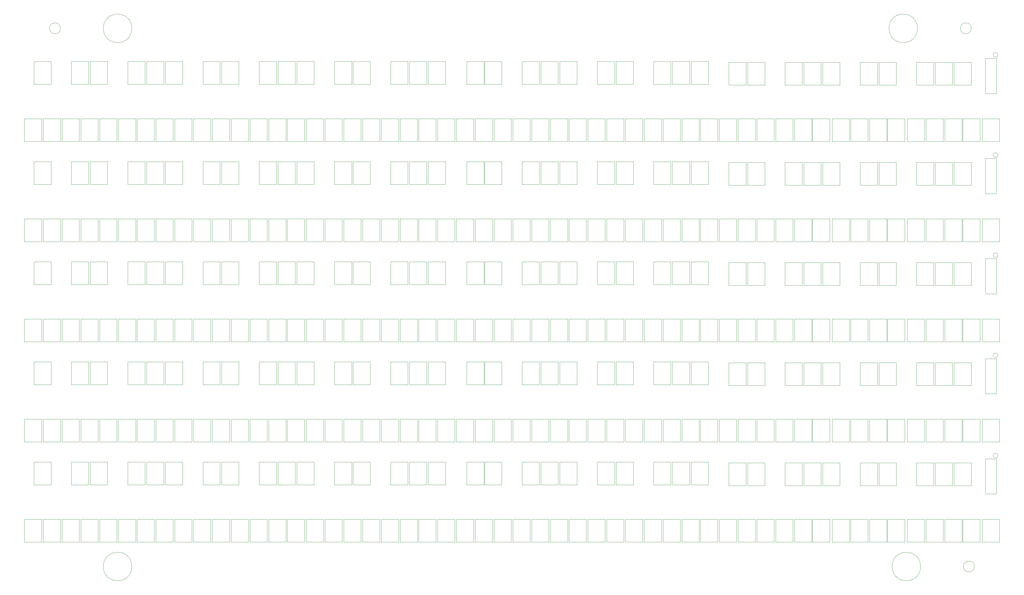
<source format=gbr>
G04 #@! TF.GenerationSoftware,KiCad,Pcbnew,(5.1.5)-3*
G04 #@! TF.CreationDate,2020-04-10T18:57:11+09:00*
G04 #@! TF.ProjectId,APA102_MENZUKE5,41504131-3032-45f4-9d45-4e5a554b4535,rev?*
G04 #@! TF.SameCoordinates,Original*
G04 #@! TF.FileFunction,Other,User*
%FSLAX46Y46*%
G04 Gerber Fmt 4.6, Leading zero omitted, Abs format (unit mm)*
G04 Created by KiCad (PCBNEW (5.1.5)-3) date 2020-04-10 18:57:11*
%MOMM*%
%LPD*%
G04 APERTURE LIST*
%ADD10C,0.050000*%
G04 APERTURE END LIST*
D10*
X84550000Y-205000000D02*
G75*
G03X84550000Y-205000000I-4550000J0D01*
G01*
X84550000Y-33000000D02*
G75*
G03X84550000Y-33000000I-4550000J0D01*
G01*
X335550000Y-33000000D02*
G75*
G03X335550000Y-33000000I-4550000J0D01*
G01*
X336550000Y-205000000D02*
G75*
G03X336550000Y-205000000I-4550000J0D01*
G01*
X353750000Y-205000000D02*
G75*
G03X353750000Y-205000000I-1750000J0D01*
G01*
X352750000Y-33000000D02*
G75*
G03X352750000Y-33000000I-1750000J0D01*
G01*
X61750000Y-33000000D02*
G75*
G03X61750000Y-33000000I-1750000J0D01*
G01*
X212250000Y-189850000D02*
X212250000Y-197150000D01*
X217750000Y-189850000D02*
X212250000Y-189850000D01*
X217750000Y-197150000D02*
X217750000Y-189850000D01*
X212250000Y-197150000D02*
X217750000Y-197150000D01*
X212250000Y-157850000D02*
X212250000Y-165150000D01*
X217750000Y-157850000D02*
X212250000Y-157850000D01*
X217750000Y-165150000D02*
X217750000Y-157850000D01*
X212250000Y-165150000D02*
X217750000Y-165150000D01*
X212250000Y-125850000D02*
X212250000Y-133150000D01*
X217750000Y-125850000D02*
X212250000Y-125850000D01*
X217750000Y-133150000D02*
X217750000Y-125850000D01*
X212250000Y-133150000D02*
X217750000Y-133150000D01*
X212250000Y-93850000D02*
X212250000Y-101150000D01*
X217750000Y-93850000D02*
X212250000Y-93850000D01*
X217750000Y-101150000D02*
X217750000Y-93850000D01*
X212250000Y-101150000D02*
X217750000Y-101150000D01*
X197250000Y-171600000D02*
X197250000Y-178900000D01*
X202750000Y-171600000D02*
X197250000Y-171600000D01*
X202750000Y-178900000D02*
X202750000Y-171600000D01*
X197250000Y-178900000D02*
X202750000Y-178900000D01*
X197250000Y-139600000D02*
X197250000Y-146900000D01*
X202750000Y-139600000D02*
X197250000Y-139600000D01*
X202750000Y-146900000D02*
X202750000Y-139600000D01*
X197250000Y-146900000D02*
X202750000Y-146900000D01*
X197250000Y-107600000D02*
X197250000Y-114900000D01*
X202750000Y-107600000D02*
X197250000Y-107600000D01*
X202750000Y-114900000D02*
X202750000Y-107600000D01*
X197250000Y-114900000D02*
X202750000Y-114900000D01*
X197250000Y-75600000D02*
X197250000Y-82900000D01*
X202750000Y-75600000D02*
X197250000Y-75600000D01*
X202750000Y-82900000D02*
X202750000Y-75600000D01*
X197250000Y-82900000D02*
X202750000Y-82900000D01*
X215250000Y-178900000D02*
X220750000Y-178900000D01*
X220750000Y-178900000D02*
X220750000Y-171600000D01*
X220750000Y-171600000D02*
X215250000Y-171600000D01*
X215250000Y-171600000D02*
X215250000Y-178900000D01*
X215250000Y-146900000D02*
X220750000Y-146900000D01*
X220750000Y-146900000D02*
X220750000Y-139600000D01*
X220750000Y-139600000D02*
X215250000Y-139600000D01*
X215250000Y-139600000D02*
X215250000Y-146900000D01*
X215250000Y-114900000D02*
X220750000Y-114900000D01*
X220750000Y-114900000D02*
X220750000Y-107600000D01*
X220750000Y-107600000D02*
X215250000Y-107600000D01*
X215250000Y-107600000D02*
X215250000Y-114900000D01*
X215250000Y-82900000D02*
X220750000Y-82900000D01*
X220750000Y-82900000D02*
X220750000Y-75600000D01*
X220750000Y-75600000D02*
X215250000Y-75600000D01*
X215250000Y-75600000D02*
X215250000Y-82900000D01*
X242250000Y-189850000D02*
X242250000Y-197150000D01*
X247750000Y-189850000D02*
X242250000Y-189850000D01*
X247750000Y-197150000D02*
X247750000Y-189850000D01*
X242250000Y-197150000D02*
X247750000Y-197150000D01*
X242250000Y-157850000D02*
X242250000Y-165150000D01*
X247750000Y-157850000D02*
X242250000Y-157850000D01*
X247750000Y-165150000D02*
X247750000Y-157850000D01*
X242250000Y-165150000D02*
X247750000Y-165150000D01*
X242250000Y-125850000D02*
X242250000Y-133150000D01*
X247750000Y-125850000D02*
X242250000Y-125850000D01*
X247750000Y-133150000D02*
X247750000Y-125850000D01*
X242250000Y-133150000D02*
X247750000Y-133150000D01*
X242250000Y-93850000D02*
X242250000Y-101150000D01*
X247750000Y-93850000D02*
X242250000Y-93850000D01*
X247750000Y-101150000D02*
X247750000Y-93850000D01*
X242250000Y-101150000D02*
X247750000Y-101150000D01*
X224250000Y-189850000D02*
X224250000Y-197150000D01*
X229750000Y-189850000D02*
X224250000Y-189850000D01*
X229750000Y-197150000D02*
X229750000Y-189850000D01*
X224250000Y-197150000D02*
X229750000Y-197150000D01*
X224250000Y-157850000D02*
X224250000Y-165150000D01*
X229750000Y-157850000D02*
X224250000Y-157850000D01*
X229750000Y-165150000D02*
X229750000Y-157850000D01*
X224250000Y-165150000D02*
X229750000Y-165150000D01*
X224250000Y-125850000D02*
X224250000Y-133150000D01*
X229750000Y-125850000D02*
X224250000Y-125850000D01*
X229750000Y-133150000D02*
X229750000Y-125850000D01*
X224250000Y-133150000D02*
X229750000Y-133150000D01*
X224250000Y-93850000D02*
X224250000Y-101150000D01*
X229750000Y-93850000D02*
X224250000Y-93850000D01*
X229750000Y-101150000D02*
X229750000Y-93850000D01*
X224250000Y-101150000D02*
X229750000Y-101150000D01*
X230250000Y-197150000D02*
X235750000Y-197150000D01*
X235750000Y-197150000D02*
X235750000Y-189850000D01*
X235750000Y-189850000D02*
X230250000Y-189850000D01*
X230250000Y-189850000D02*
X230250000Y-197150000D01*
X230250000Y-165150000D02*
X235750000Y-165150000D01*
X235750000Y-165150000D02*
X235750000Y-157850000D01*
X235750000Y-157850000D02*
X230250000Y-157850000D01*
X230250000Y-157850000D02*
X230250000Y-165150000D01*
X230250000Y-133150000D02*
X235750000Y-133150000D01*
X235750000Y-133150000D02*
X235750000Y-125850000D01*
X235750000Y-125850000D02*
X230250000Y-125850000D01*
X230250000Y-125850000D02*
X230250000Y-133150000D01*
X230250000Y-101150000D02*
X235750000Y-101150000D01*
X235750000Y-101150000D02*
X235750000Y-93850000D01*
X235750000Y-93850000D02*
X230250000Y-93850000D01*
X230250000Y-93850000D02*
X230250000Y-101150000D01*
X239250000Y-171600000D02*
X239250000Y-178900000D01*
X244750000Y-171600000D02*
X239250000Y-171600000D01*
X244750000Y-178900000D02*
X244750000Y-171600000D01*
X239250000Y-178900000D02*
X244750000Y-178900000D01*
X239250000Y-139600000D02*
X239250000Y-146900000D01*
X244750000Y-139600000D02*
X239250000Y-139600000D01*
X244750000Y-146900000D02*
X244750000Y-139600000D01*
X239250000Y-146900000D02*
X244750000Y-146900000D01*
X239250000Y-107600000D02*
X239250000Y-114900000D01*
X244750000Y-107600000D02*
X239250000Y-107600000D01*
X244750000Y-114900000D02*
X244750000Y-107600000D01*
X239250000Y-114900000D02*
X244750000Y-114900000D01*
X239250000Y-75600000D02*
X239250000Y-82900000D01*
X244750000Y-75600000D02*
X239250000Y-75600000D01*
X244750000Y-82900000D02*
X244750000Y-75600000D01*
X239250000Y-82900000D02*
X244750000Y-82900000D01*
X248250000Y-189850000D02*
X248250000Y-197150000D01*
X253750000Y-189850000D02*
X248250000Y-189850000D01*
X253750000Y-197150000D02*
X253750000Y-189850000D01*
X248250000Y-197150000D02*
X253750000Y-197150000D01*
X248250000Y-157850000D02*
X248250000Y-165150000D01*
X253750000Y-157850000D02*
X248250000Y-157850000D01*
X253750000Y-165150000D02*
X253750000Y-157850000D01*
X248250000Y-165150000D02*
X253750000Y-165150000D01*
X248250000Y-125850000D02*
X248250000Y-133150000D01*
X253750000Y-125850000D02*
X248250000Y-125850000D01*
X253750000Y-133150000D02*
X253750000Y-125850000D01*
X248250000Y-133150000D02*
X253750000Y-133150000D01*
X248250000Y-93850000D02*
X248250000Y-101150000D01*
X253750000Y-93850000D02*
X248250000Y-93850000D01*
X253750000Y-101150000D02*
X253750000Y-93850000D01*
X248250000Y-101150000D02*
X253750000Y-101150000D01*
X251250000Y-178900000D02*
X256750000Y-178900000D01*
X256750000Y-178900000D02*
X256750000Y-171600000D01*
X256750000Y-171600000D02*
X251250000Y-171600000D01*
X251250000Y-171600000D02*
X251250000Y-178900000D01*
X251250000Y-146900000D02*
X256750000Y-146900000D01*
X256750000Y-146900000D02*
X256750000Y-139600000D01*
X256750000Y-139600000D02*
X251250000Y-139600000D01*
X251250000Y-139600000D02*
X251250000Y-146900000D01*
X251250000Y-114900000D02*
X256750000Y-114900000D01*
X256750000Y-114900000D02*
X256750000Y-107600000D01*
X256750000Y-107600000D02*
X251250000Y-107600000D01*
X251250000Y-107600000D02*
X251250000Y-114900000D01*
X251250000Y-82900000D02*
X256750000Y-82900000D01*
X256750000Y-82900000D02*
X256750000Y-75600000D01*
X256750000Y-75600000D02*
X251250000Y-75600000D01*
X251250000Y-75600000D02*
X251250000Y-82900000D01*
X254250000Y-189850000D02*
X254250000Y-197150000D01*
X259750000Y-189850000D02*
X254250000Y-189850000D01*
X259750000Y-197150000D02*
X259750000Y-189850000D01*
X254250000Y-197150000D02*
X259750000Y-197150000D01*
X254250000Y-157850000D02*
X254250000Y-165150000D01*
X259750000Y-157850000D02*
X254250000Y-157850000D01*
X259750000Y-165150000D02*
X259750000Y-157850000D01*
X254250000Y-165150000D02*
X259750000Y-165150000D01*
X254250000Y-125850000D02*
X254250000Y-133150000D01*
X259750000Y-125850000D02*
X254250000Y-125850000D01*
X259750000Y-133150000D02*
X259750000Y-125850000D01*
X254250000Y-133150000D02*
X259750000Y-133150000D01*
X254250000Y-93850000D02*
X254250000Y-101150000D01*
X259750000Y-93850000D02*
X254250000Y-93850000D01*
X259750000Y-101150000D02*
X259750000Y-93850000D01*
X254250000Y-101150000D02*
X259750000Y-101150000D01*
X257250000Y-178900000D02*
X262750000Y-178900000D01*
X262750000Y-178900000D02*
X262750000Y-171600000D01*
X262750000Y-171600000D02*
X257250000Y-171600000D01*
X257250000Y-171600000D02*
X257250000Y-178900000D01*
X257250000Y-146900000D02*
X262750000Y-146900000D01*
X262750000Y-146900000D02*
X262750000Y-139600000D01*
X262750000Y-139600000D02*
X257250000Y-139600000D01*
X257250000Y-139600000D02*
X257250000Y-146900000D01*
X257250000Y-114900000D02*
X262750000Y-114900000D01*
X262750000Y-114900000D02*
X262750000Y-107600000D01*
X262750000Y-107600000D02*
X257250000Y-107600000D01*
X257250000Y-107600000D02*
X257250000Y-114900000D01*
X257250000Y-82900000D02*
X262750000Y-82900000D01*
X262750000Y-82900000D02*
X262750000Y-75600000D01*
X262750000Y-75600000D02*
X257250000Y-75600000D01*
X257250000Y-75600000D02*
X257250000Y-82900000D01*
X209250000Y-178900000D02*
X214750000Y-178900000D01*
X214750000Y-178900000D02*
X214750000Y-171600000D01*
X214750000Y-171600000D02*
X209250000Y-171600000D01*
X209250000Y-171600000D02*
X209250000Y-178900000D01*
X209250000Y-146900000D02*
X214750000Y-146900000D01*
X214750000Y-146900000D02*
X214750000Y-139600000D01*
X214750000Y-139600000D02*
X209250000Y-139600000D01*
X209250000Y-139600000D02*
X209250000Y-146900000D01*
X209250000Y-114900000D02*
X214750000Y-114900000D01*
X214750000Y-114900000D02*
X214750000Y-107600000D01*
X214750000Y-107600000D02*
X209250000Y-107600000D01*
X209250000Y-107600000D02*
X209250000Y-114900000D01*
X209250000Y-82900000D02*
X214750000Y-82900000D01*
X214750000Y-82900000D02*
X214750000Y-75600000D01*
X214750000Y-75600000D02*
X209250000Y-75600000D01*
X209250000Y-75600000D02*
X209250000Y-82900000D01*
X200250000Y-197150000D02*
X205750000Y-197150000D01*
X205750000Y-197150000D02*
X205750000Y-189850000D01*
X205750000Y-189850000D02*
X200250000Y-189850000D01*
X200250000Y-189850000D02*
X200250000Y-197150000D01*
X200250000Y-165150000D02*
X205750000Y-165150000D01*
X205750000Y-165150000D02*
X205750000Y-157850000D01*
X205750000Y-157850000D02*
X200250000Y-157850000D01*
X200250000Y-157850000D02*
X200250000Y-165150000D01*
X200250000Y-133150000D02*
X205750000Y-133150000D01*
X205750000Y-133150000D02*
X205750000Y-125850000D01*
X205750000Y-125850000D02*
X200250000Y-125850000D01*
X200250000Y-125850000D02*
X200250000Y-133150000D01*
X200250000Y-101150000D02*
X205750000Y-101150000D01*
X205750000Y-101150000D02*
X205750000Y-93850000D01*
X205750000Y-93850000D02*
X200250000Y-93850000D01*
X200250000Y-93850000D02*
X200250000Y-101150000D01*
X218250000Y-189850000D02*
X218250000Y-197150000D01*
X223750000Y-189850000D02*
X218250000Y-189850000D01*
X223750000Y-197150000D02*
X223750000Y-189850000D01*
X218250000Y-197150000D02*
X223750000Y-197150000D01*
X218250000Y-157850000D02*
X218250000Y-165150000D01*
X223750000Y-157850000D02*
X218250000Y-157850000D01*
X223750000Y-165150000D02*
X223750000Y-157850000D01*
X218250000Y-165150000D02*
X223750000Y-165150000D01*
X218250000Y-125850000D02*
X218250000Y-133150000D01*
X223750000Y-125850000D02*
X218250000Y-125850000D01*
X223750000Y-133150000D02*
X223750000Y-125850000D01*
X218250000Y-133150000D02*
X223750000Y-133150000D01*
X218250000Y-93850000D02*
X218250000Y-101150000D01*
X223750000Y-93850000D02*
X218250000Y-93850000D01*
X223750000Y-101150000D02*
X223750000Y-93850000D01*
X218250000Y-101150000D02*
X223750000Y-101150000D01*
X221250000Y-178900000D02*
X226750000Y-178900000D01*
X226750000Y-178900000D02*
X226750000Y-171600000D01*
X226750000Y-171600000D02*
X221250000Y-171600000D01*
X221250000Y-171600000D02*
X221250000Y-178900000D01*
X221250000Y-146900000D02*
X226750000Y-146900000D01*
X226750000Y-146900000D02*
X226750000Y-139600000D01*
X226750000Y-139600000D02*
X221250000Y-139600000D01*
X221250000Y-139600000D02*
X221250000Y-146900000D01*
X221250000Y-114900000D02*
X226750000Y-114900000D01*
X226750000Y-114900000D02*
X226750000Y-107600000D01*
X226750000Y-107600000D02*
X221250000Y-107600000D01*
X221250000Y-107600000D02*
X221250000Y-114900000D01*
X221250000Y-82900000D02*
X226750000Y-82900000D01*
X226750000Y-82900000D02*
X226750000Y-75600000D01*
X226750000Y-75600000D02*
X221250000Y-75600000D01*
X221250000Y-75600000D02*
X221250000Y-82900000D01*
X233250000Y-171600000D02*
X233250000Y-178900000D01*
X238750000Y-171600000D02*
X233250000Y-171600000D01*
X238750000Y-178900000D02*
X238750000Y-171600000D01*
X233250000Y-178900000D02*
X238750000Y-178900000D01*
X233250000Y-139600000D02*
X233250000Y-146900000D01*
X238750000Y-139600000D02*
X233250000Y-139600000D01*
X238750000Y-146900000D02*
X238750000Y-139600000D01*
X233250000Y-146900000D02*
X238750000Y-146900000D01*
X233250000Y-107600000D02*
X233250000Y-114900000D01*
X238750000Y-107600000D02*
X233250000Y-107600000D01*
X238750000Y-114900000D02*
X238750000Y-107600000D01*
X233250000Y-114900000D02*
X238750000Y-114900000D01*
X233250000Y-75600000D02*
X233250000Y-82900000D01*
X238750000Y-75600000D02*
X233250000Y-75600000D01*
X238750000Y-82900000D02*
X238750000Y-75600000D01*
X233250000Y-82900000D02*
X238750000Y-82900000D01*
X236250000Y-197150000D02*
X241750000Y-197150000D01*
X241750000Y-197150000D02*
X241750000Y-189850000D01*
X241750000Y-189850000D02*
X236250000Y-189850000D01*
X236250000Y-189850000D02*
X236250000Y-197150000D01*
X236250000Y-165150000D02*
X241750000Y-165150000D01*
X241750000Y-165150000D02*
X241750000Y-157850000D01*
X241750000Y-157850000D02*
X236250000Y-157850000D01*
X236250000Y-157850000D02*
X236250000Y-165150000D01*
X236250000Y-133150000D02*
X241750000Y-133150000D01*
X241750000Y-133150000D02*
X241750000Y-125850000D01*
X241750000Y-125850000D02*
X236250000Y-125850000D01*
X236250000Y-125850000D02*
X236250000Y-133150000D01*
X236250000Y-101150000D02*
X241750000Y-101150000D01*
X241750000Y-101150000D02*
X241750000Y-93850000D01*
X241750000Y-93850000D02*
X236250000Y-93850000D01*
X236250000Y-93850000D02*
X236250000Y-101150000D01*
X206250000Y-197150000D02*
X211750000Y-197150000D01*
X211750000Y-197150000D02*
X211750000Y-189850000D01*
X211750000Y-189850000D02*
X206250000Y-189850000D01*
X206250000Y-189850000D02*
X206250000Y-197150000D01*
X206250000Y-165150000D02*
X211750000Y-165150000D01*
X211750000Y-165150000D02*
X211750000Y-157850000D01*
X211750000Y-157850000D02*
X206250000Y-157850000D01*
X206250000Y-157850000D02*
X206250000Y-165150000D01*
X206250000Y-133150000D02*
X211750000Y-133150000D01*
X211750000Y-133150000D02*
X211750000Y-125850000D01*
X211750000Y-125850000D02*
X206250000Y-125850000D01*
X206250000Y-125850000D02*
X206250000Y-133150000D01*
X206250000Y-101150000D02*
X211750000Y-101150000D01*
X211750000Y-101150000D02*
X211750000Y-93850000D01*
X211750000Y-93850000D02*
X206250000Y-93850000D01*
X206250000Y-93850000D02*
X206250000Y-101150000D01*
X50250000Y-197150000D02*
X55750000Y-197150000D01*
X55750000Y-197150000D02*
X55750000Y-189850000D01*
X55750000Y-189850000D02*
X50250000Y-189850000D01*
X50250000Y-189850000D02*
X50250000Y-197150000D01*
X50250000Y-165150000D02*
X55750000Y-165150000D01*
X55750000Y-165150000D02*
X55750000Y-157850000D01*
X55750000Y-157850000D02*
X50250000Y-157850000D01*
X50250000Y-157850000D02*
X50250000Y-165150000D01*
X50250000Y-133150000D02*
X55750000Y-133150000D01*
X55750000Y-133150000D02*
X55750000Y-125850000D01*
X55750000Y-125850000D02*
X50250000Y-125850000D01*
X50250000Y-125850000D02*
X50250000Y-133150000D01*
X50250000Y-101150000D02*
X55750000Y-101150000D01*
X55750000Y-101150000D02*
X55750000Y-93850000D01*
X55750000Y-93850000D02*
X50250000Y-93850000D01*
X50250000Y-93850000D02*
X50250000Y-101150000D01*
X53250000Y-171600000D02*
X53250000Y-178900000D01*
X58750000Y-171600000D02*
X53250000Y-171600000D01*
X58750000Y-178900000D02*
X58750000Y-171600000D01*
X53250000Y-178900000D02*
X58750000Y-178900000D01*
X53250000Y-139600000D02*
X53250000Y-146900000D01*
X58750000Y-139600000D02*
X53250000Y-139600000D01*
X58750000Y-146900000D02*
X58750000Y-139600000D01*
X53250000Y-146900000D02*
X58750000Y-146900000D01*
X53250000Y-107600000D02*
X53250000Y-114900000D01*
X58750000Y-107600000D02*
X53250000Y-107600000D01*
X58750000Y-114900000D02*
X58750000Y-107600000D01*
X53250000Y-114900000D02*
X58750000Y-114900000D01*
X53250000Y-75600000D02*
X53250000Y-82900000D01*
X58750000Y-75600000D02*
X53250000Y-75600000D01*
X58750000Y-82900000D02*
X58750000Y-75600000D01*
X53250000Y-82900000D02*
X58750000Y-82900000D01*
X56250000Y-197150000D02*
X61750000Y-197150000D01*
X61750000Y-197150000D02*
X61750000Y-189850000D01*
X61750000Y-189850000D02*
X56250000Y-189850000D01*
X56250000Y-189850000D02*
X56250000Y-197150000D01*
X56250000Y-165150000D02*
X61750000Y-165150000D01*
X61750000Y-165150000D02*
X61750000Y-157850000D01*
X61750000Y-157850000D02*
X56250000Y-157850000D01*
X56250000Y-157850000D02*
X56250000Y-165150000D01*
X56250000Y-133150000D02*
X61750000Y-133150000D01*
X61750000Y-133150000D02*
X61750000Y-125850000D01*
X61750000Y-125850000D02*
X56250000Y-125850000D01*
X56250000Y-125850000D02*
X56250000Y-133150000D01*
X56250000Y-101150000D02*
X61750000Y-101150000D01*
X61750000Y-101150000D02*
X61750000Y-93850000D01*
X61750000Y-93850000D02*
X56250000Y-93850000D01*
X56250000Y-93850000D02*
X56250000Y-101150000D01*
X68250000Y-189850000D02*
X68250000Y-197150000D01*
X73750000Y-189850000D02*
X68250000Y-189850000D01*
X73750000Y-197150000D02*
X73750000Y-189850000D01*
X68250000Y-197150000D02*
X73750000Y-197150000D01*
X68250000Y-157850000D02*
X68250000Y-165150000D01*
X73750000Y-157850000D02*
X68250000Y-157850000D01*
X73750000Y-165150000D02*
X73750000Y-157850000D01*
X68250000Y-165150000D02*
X73750000Y-165150000D01*
X68250000Y-125850000D02*
X68250000Y-133150000D01*
X73750000Y-125850000D02*
X68250000Y-125850000D01*
X73750000Y-133150000D02*
X73750000Y-125850000D01*
X68250000Y-133150000D02*
X73750000Y-133150000D01*
X68250000Y-93850000D02*
X68250000Y-101150000D01*
X73750000Y-93850000D02*
X68250000Y-93850000D01*
X73750000Y-101150000D02*
X73750000Y-93850000D01*
X68250000Y-101150000D02*
X73750000Y-101150000D01*
X62250000Y-189850000D02*
X62250000Y-197150000D01*
X67750000Y-189850000D02*
X62250000Y-189850000D01*
X67750000Y-197150000D02*
X67750000Y-189850000D01*
X62250000Y-197150000D02*
X67750000Y-197150000D01*
X62250000Y-157850000D02*
X62250000Y-165150000D01*
X67750000Y-157850000D02*
X62250000Y-157850000D01*
X67750000Y-165150000D02*
X67750000Y-157850000D01*
X62250000Y-165150000D02*
X67750000Y-165150000D01*
X62250000Y-125850000D02*
X62250000Y-133150000D01*
X67750000Y-125850000D02*
X62250000Y-125850000D01*
X67750000Y-133150000D02*
X67750000Y-125850000D01*
X62250000Y-133150000D02*
X67750000Y-133150000D01*
X62250000Y-93850000D02*
X62250000Y-101150000D01*
X67750000Y-93850000D02*
X62250000Y-93850000D01*
X67750000Y-101150000D02*
X67750000Y-93850000D01*
X62250000Y-101150000D02*
X67750000Y-101150000D01*
X65250000Y-178900000D02*
X70750000Y-178900000D01*
X70750000Y-178900000D02*
X70750000Y-171600000D01*
X70750000Y-171600000D02*
X65250000Y-171600000D01*
X65250000Y-171600000D02*
X65250000Y-178900000D01*
X65250000Y-146900000D02*
X70750000Y-146900000D01*
X70750000Y-146900000D02*
X70750000Y-139600000D01*
X70750000Y-139600000D02*
X65250000Y-139600000D01*
X65250000Y-139600000D02*
X65250000Y-146900000D01*
X65250000Y-114900000D02*
X70750000Y-114900000D01*
X70750000Y-114900000D02*
X70750000Y-107600000D01*
X70750000Y-107600000D02*
X65250000Y-107600000D01*
X65250000Y-107600000D02*
X65250000Y-114900000D01*
X65250000Y-82900000D02*
X70750000Y-82900000D01*
X70750000Y-82900000D02*
X70750000Y-75600000D01*
X70750000Y-75600000D02*
X65250000Y-75600000D01*
X65250000Y-75600000D02*
X65250000Y-82900000D01*
X110250000Y-189850000D02*
X110250000Y-197150000D01*
X115750000Y-189850000D02*
X110250000Y-189850000D01*
X115750000Y-197150000D02*
X115750000Y-189850000D01*
X110250000Y-197150000D02*
X115750000Y-197150000D01*
X110250000Y-157850000D02*
X110250000Y-165150000D01*
X115750000Y-157850000D02*
X110250000Y-157850000D01*
X115750000Y-165150000D02*
X115750000Y-157850000D01*
X110250000Y-165150000D02*
X115750000Y-165150000D01*
X110250000Y-125850000D02*
X110250000Y-133150000D01*
X115750000Y-125850000D02*
X110250000Y-125850000D01*
X115750000Y-133150000D02*
X115750000Y-125850000D01*
X110250000Y-133150000D02*
X115750000Y-133150000D01*
X110250000Y-93850000D02*
X110250000Y-101150000D01*
X115750000Y-93850000D02*
X110250000Y-93850000D01*
X115750000Y-101150000D02*
X115750000Y-93850000D01*
X110250000Y-101150000D02*
X115750000Y-101150000D01*
X86250000Y-189850000D02*
X86250000Y-197150000D01*
X91750000Y-189850000D02*
X86250000Y-189850000D01*
X91750000Y-197150000D02*
X91750000Y-189850000D01*
X86250000Y-197150000D02*
X91750000Y-197150000D01*
X86250000Y-157850000D02*
X86250000Y-165150000D01*
X91750000Y-157850000D02*
X86250000Y-157850000D01*
X91750000Y-165150000D02*
X91750000Y-157850000D01*
X86250000Y-165150000D02*
X91750000Y-165150000D01*
X86250000Y-125850000D02*
X86250000Y-133150000D01*
X91750000Y-125850000D02*
X86250000Y-125850000D01*
X91750000Y-133150000D02*
X91750000Y-125850000D01*
X86250000Y-133150000D02*
X91750000Y-133150000D01*
X86250000Y-93850000D02*
X86250000Y-101150000D01*
X91750000Y-93850000D02*
X86250000Y-93850000D01*
X91750000Y-101150000D02*
X91750000Y-93850000D01*
X86250000Y-101150000D02*
X91750000Y-101150000D01*
X116250000Y-189850000D02*
X116250000Y-197150000D01*
X121750000Y-189850000D02*
X116250000Y-189850000D01*
X121750000Y-197150000D02*
X121750000Y-189850000D01*
X116250000Y-197150000D02*
X121750000Y-197150000D01*
X116250000Y-157850000D02*
X116250000Y-165150000D01*
X121750000Y-157850000D02*
X116250000Y-157850000D01*
X121750000Y-165150000D02*
X121750000Y-157850000D01*
X116250000Y-165150000D02*
X121750000Y-165150000D01*
X116250000Y-125850000D02*
X116250000Y-133150000D01*
X121750000Y-125850000D02*
X116250000Y-125850000D01*
X121750000Y-133150000D02*
X121750000Y-125850000D01*
X116250000Y-133150000D02*
X121750000Y-133150000D01*
X116250000Y-93850000D02*
X116250000Y-101150000D01*
X121750000Y-93850000D02*
X116250000Y-93850000D01*
X121750000Y-101150000D02*
X121750000Y-93850000D01*
X116250000Y-101150000D02*
X121750000Y-101150000D01*
X71250000Y-178900000D02*
X76750000Y-178900000D01*
X76750000Y-178900000D02*
X76750000Y-171600000D01*
X76750000Y-171600000D02*
X71250000Y-171600000D01*
X71250000Y-171600000D02*
X71250000Y-178900000D01*
X71250000Y-146900000D02*
X76750000Y-146900000D01*
X76750000Y-146900000D02*
X76750000Y-139600000D01*
X76750000Y-139600000D02*
X71250000Y-139600000D01*
X71250000Y-139600000D02*
X71250000Y-146900000D01*
X71250000Y-114900000D02*
X76750000Y-114900000D01*
X76750000Y-114900000D02*
X76750000Y-107600000D01*
X76750000Y-107600000D02*
X71250000Y-107600000D01*
X71250000Y-107600000D02*
X71250000Y-114900000D01*
X71250000Y-82900000D02*
X76750000Y-82900000D01*
X76750000Y-82900000D02*
X76750000Y-75600000D01*
X76750000Y-75600000D02*
X71250000Y-75600000D01*
X71250000Y-75600000D02*
X71250000Y-82900000D01*
X74250000Y-189850000D02*
X74250000Y-197150000D01*
X79750000Y-189850000D02*
X74250000Y-189850000D01*
X79750000Y-197150000D02*
X79750000Y-189850000D01*
X74250000Y-197150000D02*
X79750000Y-197150000D01*
X74250000Y-157850000D02*
X74250000Y-165150000D01*
X79750000Y-157850000D02*
X74250000Y-157850000D01*
X79750000Y-165150000D02*
X79750000Y-157850000D01*
X74250000Y-165150000D02*
X79750000Y-165150000D01*
X74250000Y-125850000D02*
X74250000Y-133150000D01*
X79750000Y-125850000D02*
X74250000Y-125850000D01*
X79750000Y-133150000D02*
X79750000Y-125850000D01*
X74250000Y-133150000D02*
X79750000Y-133150000D01*
X74250000Y-93850000D02*
X74250000Y-101150000D01*
X79750000Y-93850000D02*
X74250000Y-93850000D01*
X79750000Y-101150000D02*
X79750000Y-93850000D01*
X74250000Y-101150000D02*
X79750000Y-101150000D01*
X80250000Y-197150000D02*
X85750000Y-197150000D01*
X85750000Y-197150000D02*
X85750000Y-189850000D01*
X85750000Y-189850000D02*
X80250000Y-189850000D01*
X80250000Y-189850000D02*
X80250000Y-197150000D01*
X80250000Y-165150000D02*
X85750000Y-165150000D01*
X85750000Y-165150000D02*
X85750000Y-157850000D01*
X85750000Y-157850000D02*
X80250000Y-157850000D01*
X80250000Y-157850000D02*
X80250000Y-165150000D01*
X80250000Y-133150000D02*
X85750000Y-133150000D01*
X85750000Y-133150000D02*
X85750000Y-125850000D01*
X85750000Y-125850000D02*
X80250000Y-125850000D01*
X80250000Y-125850000D02*
X80250000Y-133150000D01*
X80250000Y-101150000D02*
X85750000Y-101150000D01*
X85750000Y-101150000D02*
X85750000Y-93850000D01*
X85750000Y-93850000D02*
X80250000Y-93850000D01*
X80250000Y-93850000D02*
X80250000Y-101150000D01*
X95250000Y-171600000D02*
X95250000Y-178900000D01*
X100750000Y-171600000D02*
X95250000Y-171600000D01*
X100750000Y-178900000D02*
X100750000Y-171600000D01*
X95250000Y-178900000D02*
X100750000Y-178900000D01*
X95250000Y-139600000D02*
X95250000Y-146900000D01*
X100750000Y-139600000D02*
X95250000Y-139600000D01*
X100750000Y-146900000D02*
X100750000Y-139600000D01*
X95250000Y-146900000D02*
X100750000Y-146900000D01*
X95250000Y-107600000D02*
X95250000Y-114900000D01*
X100750000Y-107600000D02*
X95250000Y-107600000D01*
X100750000Y-114900000D02*
X100750000Y-107600000D01*
X95250000Y-114900000D02*
X100750000Y-114900000D01*
X95250000Y-75600000D02*
X95250000Y-82900000D01*
X100750000Y-75600000D02*
X95250000Y-75600000D01*
X100750000Y-82900000D02*
X100750000Y-75600000D01*
X95250000Y-82900000D02*
X100750000Y-82900000D01*
X107250000Y-178900000D02*
X112750000Y-178900000D01*
X112750000Y-178900000D02*
X112750000Y-171600000D01*
X112750000Y-171600000D02*
X107250000Y-171600000D01*
X107250000Y-171600000D02*
X107250000Y-178900000D01*
X107250000Y-146900000D02*
X112750000Y-146900000D01*
X112750000Y-146900000D02*
X112750000Y-139600000D01*
X112750000Y-139600000D02*
X107250000Y-139600000D01*
X107250000Y-139600000D02*
X107250000Y-146900000D01*
X107250000Y-114900000D02*
X112750000Y-114900000D01*
X112750000Y-114900000D02*
X112750000Y-107600000D01*
X112750000Y-107600000D02*
X107250000Y-107600000D01*
X107250000Y-107600000D02*
X107250000Y-114900000D01*
X107250000Y-82900000D02*
X112750000Y-82900000D01*
X112750000Y-82900000D02*
X112750000Y-75600000D01*
X112750000Y-75600000D02*
X107250000Y-75600000D01*
X107250000Y-75600000D02*
X107250000Y-82900000D01*
X98250000Y-197150000D02*
X103750000Y-197150000D01*
X103750000Y-197150000D02*
X103750000Y-189850000D01*
X103750000Y-189850000D02*
X98250000Y-189850000D01*
X98250000Y-189850000D02*
X98250000Y-197150000D01*
X98250000Y-165150000D02*
X103750000Y-165150000D01*
X103750000Y-165150000D02*
X103750000Y-157850000D01*
X103750000Y-157850000D02*
X98250000Y-157850000D01*
X98250000Y-157850000D02*
X98250000Y-165150000D01*
X98250000Y-133150000D02*
X103750000Y-133150000D01*
X103750000Y-133150000D02*
X103750000Y-125850000D01*
X103750000Y-125850000D02*
X98250000Y-125850000D01*
X98250000Y-125850000D02*
X98250000Y-133150000D01*
X98250000Y-101150000D02*
X103750000Y-101150000D01*
X103750000Y-101150000D02*
X103750000Y-93850000D01*
X103750000Y-93850000D02*
X98250000Y-93850000D01*
X98250000Y-93850000D02*
X98250000Y-101150000D01*
X83250000Y-171600000D02*
X83250000Y-178900000D01*
X88750000Y-171600000D02*
X83250000Y-171600000D01*
X88750000Y-178900000D02*
X88750000Y-171600000D01*
X83250000Y-178900000D02*
X88750000Y-178900000D01*
X83250000Y-139600000D02*
X83250000Y-146900000D01*
X88750000Y-139600000D02*
X83250000Y-139600000D01*
X88750000Y-146900000D02*
X88750000Y-139600000D01*
X83250000Y-146900000D02*
X88750000Y-146900000D01*
X83250000Y-107600000D02*
X83250000Y-114900000D01*
X88750000Y-107600000D02*
X83250000Y-107600000D01*
X88750000Y-114900000D02*
X88750000Y-107600000D01*
X83250000Y-114900000D02*
X88750000Y-114900000D01*
X83250000Y-75600000D02*
X83250000Y-82900000D01*
X88750000Y-75600000D02*
X83250000Y-75600000D01*
X88750000Y-82900000D02*
X88750000Y-75600000D01*
X83250000Y-82900000D02*
X88750000Y-82900000D01*
X89250000Y-171600000D02*
X89250000Y-178900000D01*
X94750000Y-171600000D02*
X89250000Y-171600000D01*
X94750000Y-178900000D02*
X94750000Y-171600000D01*
X89250000Y-178900000D02*
X94750000Y-178900000D01*
X89250000Y-139600000D02*
X89250000Y-146900000D01*
X94750000Y-139600000D02*
X89250000Y-139600000D01*
X94750000Y-146900000D02*
X94750000Y-139600000D01*
X89250000Y-146900000D02*
X94750000Y-146900000D01*
X89250000Y-107600000D02*
X89250000Y-114900000D01*
X94750000Y-107600000D02*
X89250000Y-107600000D01*
X94750000Y-114900000D02*
X94750000Y-107600000D01*
X89250000Y-114900000D02*
X94750000Y-114900000D01*
X89250000Y-75600000D02*
X89250000Y-82900000D01*
X94750000Y-75600000D02*
X89250000Y-75600000D01*
X94750000Y-82900000D02*
X94750000Y-75600000D01*
X89250000Y-82900000D02*
X94750000Y-82900000D01*
X104250000Y-189850000D02*
X104250000Y-197150000D01*
X109750000Y-189850000D02*
X104250000Y-189850000D01*
X109750000Y-197150000D02*
X109750000Y-189850000D01*
X104250000Y-197150000D02*
X109750000Y-197150000D01*
X104250000Y-157850000D02*
X104250000Y-165150000D01*
X109750000Y-157850000D02*
X104250000Y-157850000D01*
X109750000Y-165150000D02*
X109750000Y-157850000D01*
X104250000Y-165150000D02*
X109750000Y-165150000D01*
X104250000Y-125850000D02*
X104250000Y-133150000D01*
X109750000Y-125850000D02*
X104250000Y-125850000D01*
X109750000Y-133150000D02*
X109750000Y-125850000D01*
X104250000Y-133150000D02*
X109750000Y-133150000D01*
X104250000Y-93850000D02*
X104250000Y-101150000D01*
X109750000Y-93850000D02*
X104250000Y-93850000D01*
X109750000Y-101150000D02*
X109750000Y-93850000D01*
X104250000Y-101150000D02*
X109750000Y-101150000D01*
X113250000Y-178900000D02*
X118750000Y-178900000D01*
X118750000Y-178900000D02*
X118750000Y-171600000D01*
X118750000Y-171600000D02*
X113250000Y-171600000D01*
X113250000Y-171600000D02*
X113250000Y-178900000D01*
X113250000Y-146900000D02*
X118750000Y-146900000D01*
X118750000Y-146900000D02*
X118750000Y-139600000D01*
X118750000Y-139600000D02*
X113250000Y-139600000D01*
X113250000Y-139600000D02*
X113250000Y-146900000D01*
X113250000Y-114900000D02*
X118750000Y-114900000D01*
X118750000Y-114900000D02*
X118750000Y-107600000D01*
X118750000Y-107600000D02*
X113250000Y-107600000D01*
X113250000Y-107600000D02*
X113250000Y-114900000D01*
X113250000Y-82900000D02*
X118750000Y-82900000D01*
X118750000Y-82900000D02*
X118750000Y-75600000D01*
X118750000Y-75600000D02*
X113250000Y-75600000D01*
X113250000Y-75600000D02*
X113250000Y-82900000D01*
X125250000Y-178900000D02*
X130750000Y-178900000D01*
X130750000Y-178900000D02*
X130750000Y-171600000D01*
X130750000Y-171600000D02*
X125250000Y-171600000D01*
X125250000Y-171600000D02*
X125250000Y-178900000D01*
X125250000Y-146900000D02*
X130750000Y-146900000D01*
X130750000Y-146900000D02*
X130750000Y-139600000D01*
X130750000Y-139600000D02*
X125250000Y-139600000D01*
X125250000Y-139600000D02*
X125250000Y-146900000D01*
X125250000Y-114900000D02*
X130750000Y-114900000D01*
X130750000Y-114900000D02*
X130750000Y-107600000D01*
X130750000Y-107600000D02*
X125250000Y-107600000D01*
X125250000Y-107600000D02*
X125250000Y-114900000D01*
X125250000Y-82900000D02*
X130750000Y-82900000D01*
X130750000Y-82900000D02*
X130750000Y-75600000D01*
X130750000Y-75600000D02*
X125250000Y-75600000D01*
X125250000Y-75600000D02*
X125250000Y-82900000D01*
X128250000Y-189850000D02*
X128250000Y-197150000D01*
X133750000Y-189850000D02*
X128250000Y-189850000D01*
X133750000Y-197150000D02*
X133750000Y-189850000D01*
X128250000Y-197150000D02*
X133750000Y-197150000D01*
X128250000Y-157850000D02*
X128250000Y-165150000D01*
X133750000Y-157850000D02*
X128250000Y-157850000D01*
X133750000Y-165150000D02*
X133750000Y-157850000D01*
X128250000Y-165150000D02*
X133750000Y-165150000D01*
X128250000Y-125850000D02*
X128250000Y-133150000D01*
X133750000Y-125850000D02*
X128250000Y-125850000D01*
X133750000Y-133150000D02*
X133750000Y-125850000D01*
X128250000Y-133150000D02*
X133750000Y-133150000D01*
X128250000Y-93850000D02*
X128250000Y-101150000D01*
X133750000Y-93850000D02*
X128250000Y-93850000D01*
X133750000Y-101150000D02*
X133750000Y-93850000D01*
X128250000Y-101150000D02*
X133750000Y-101150000D01*
X122250000Y-197150000D02*
X127750000Y-197150000D01*
X127750000Y-197150000D02*
X127750000Y-189850000D01*
X127750000Y-189850000D02*
X122250000Y-189850000D01*
X122250000Y-189850000D02*
X122250000Y-197150000D01*
X122250000Y-165150000D02*
X127750000Y-165150000D01*
X127750000Y-165150000D02*
X127750000Y-157850000D01*
X127750000Y-157850000D02*
X122250000Y-157850000D01*
X122250000Y-157850000D02*
X122250000Y-165150000D01*
X122250000Y-133150000D02*
X127750000Y-133150000D01*
X127750000Y-133150000D02*
X127750000Y-125850000D01*
X127750000Y-125850000D02*
X122250000Y-125850000D01*
X122250000Y-125850000D02*
X122250000Y-133150000D01*
X122250000Y-101150000D02*
X127750000Y-101150000D01*
X127750000Y-101150000D02*
X127750000Y-93850000D01*
X127750000Y-93850000D02*
X122250000Y-93850000D01*
X122250000Y-93850000D02*
X122250000Y-101150000D01*
X92250000Y-197150000D02*
X97750000Y-197150000D01*
X97750000Y-197150000D02*
X97750000Y-189850000D01*
X97750000Y-189850000D02*
X92250000Y-189850000D01*
X92250000Y-189850000D02*
X92250000Y-197150000D01*
X92250000Y-165150000D02*
X97750000Y-165150000D01*
X97750000Y-165150000D02*
X97750000Y-157850000D01*
X97750000Y-157850000D02*
X92250000Y-157850000D01*
X92250000Y-157850000D02*
X92250000Y-165150000D01*
X92250000Y-133150000D02*
X97750000Y-133150000D01*
X97750000Y-133150000D02*
X97750000Y-125850000D01*
X97750000Y-125850000D02*
X92250000Y-125850000D01*
X92250000Y-125850000D02*
X92250000Y-133150000D01*
X92250000Y-101150000D02*
X97750000Y-101150000D01*
X97750000Y-101150000D02*
X97750000Y-93850000D01*
X97750000Y-93850000D02*
X92250000Y-93850000D01*
X92250000Y-93850000D02*
X92250000Y-101150000D01*
X131250000Y-178900000D02*
X136750000Y-178900000D01*
X136750000Y-178900000D02*
X136750000Y-171600000D01*
X136750000Y-171600000D02*
X131250000Y-171600000D01*
X131250000Y-171600000D02*
X131250000Y-178900000D01*
X131250000Y-146900000D02*
X136750000Y-146900000D01*
X136750000Y-146900000D02*
X136750000Y-139600000D01*
X136750000Y-139600000D02*
X131250000Y-139600000D01*
X131250000Y-139600000D02*
X131250000Y-146900000D01*
X131250000Y-114900000D02*
X136750000Y-114900000D01*
X136750000Y-114900000D02*
X136750000Y-107600000D01*
X136750000Y-107600000D02*
X131250000Y-107600000D01*
X131250000Y-107600000D02*
X131250000Y-114900000D01*
X131250000Y-82900000D02*
X136750000Y-82900000D01*
X136750000Y-82900000D02*
X136750000Y-75600000D01*
X136750000Y-75600000D02*
X131250000Y-75600000D01*
X131250000Y-75600000D02*
X131250000Y-82900000D01*
X164250000Y-189850000D02*
X164250000Y-197150000D01*
X169750000Y-189850000D02*
X164250000Y-189850000D01*
X169750000Y-197150000D02*
X169750000Y-189850000D01*
X164250000Y-197150000D02*
X169750000Y-197150000D01*
X164250000Y-157850000D02*
X164250000Y-165150000D01*
X169750000Y-157850000D02*
X164250000Y-157850000D01*
X169750000Y-165150000D02*
X169750000Y-157850000D01*
X164250000Y-165150000D02*
X169750000Y-165150000D01*
X164250000Y-125850000D02*
X164250000Y-133150000D01*
X169750000Y-125850000D02*
X164250000Y-125850000D01*
X169750000Y-133150000D02*
X169750000Y-125850000D01*
X164250000Y-133150000D02*
X169750000Y-133150000D01*
X164250000Y-93850000D02*
X164250000Y-101150000D01*
X169750000Y-93850000D02*
X164250000Y-93850000D01*
X169750000Y-101150000D02*
X169750000Y-93850000D01*
X164250000Y-101150000D02*
X169750000Y-101150000D01*
X179250000Y-178900000D02*
X184750000Y-178900000D01*
X184750000Y-178900000D02*
X184750000Y-171600000D01*
X184750000Y-171600000D02*
X179250000Y-171600000D01*
X179250000Y-171600000D02*
X179250000Y-178900000D01*
X179250000Y-146900000D02*
X184750000Y-146900000D01*
X184750000Y-146900000D02*
X184750000Y-139600000D01*
X184750000Y-139600000D02*
X179250000Y-139600000D01*
X179250000Y-139600000D02*
X179250000Y-146900000D01*
X179250000Y-114900000D02*
X184750000Y-114900000D01*
X184750000Y-114900000D02*
X184750000Y-107600000D01*
X184750000Y-107600000D02*
X179250000Y-107600000D01*
X179250000Y-107600000D02*
X179250000Y-114900000D01*
X179250000Y-82900000D02*
X184750000Y-82900000D01*
X184750000Y-82900000D02*
X184750000Y-75600000D01*
X184750000Y-75600000D02*
X179250000Y-75600000D01*
X179250000Y-75600000D02*
X179250000Y-82900000D01*
X167250000Y-178900000D02*
X172750000Y-178900000D01*
X172750000Y-178900000D02*
X172750000Y-171600000D01*
X172750000Y-171600000D02*
X167250000Y-171600000D01*
X167250000Y-171600000D02*
X167250000Y-178900000D01*
X167250000Y-146900000D02*
X172750000Y-146900000D01*
X172750000Y-146900000D02*
X172750000Y-139600000D01*
X172750000Y-139600000D02*
X167250000Y-139600000D01*
X167250000Y-139600000D02*
X167250000Y-146900000D01*
X167250000Y-114900000D02*
X172750000Y-114900000D01*
X172750000Y-114900000D02*
X172750000Y-107600000D01*
X172750000Y-107600000D02*
X167250000Y-107600000D01*
X167250000Y-107600000D02*
X167250000Y-114900000D01*
X167250000Y-82900000D02*
X172750000Y-82900000D01*
X172750000Y-82900000D02*
X172750000Y-75600000D01*
X172750000Y-75600000D02*
X167250000Y-75600000D01*
X167250000Y-75600000D02*
X167250000Y-82900000D01*
X176250000Y-189850000D02*
X176250000Y-197150000D01*
X181750000Y-189850000D02*
X176250000Y-189850000D01*
X181750000Y-197150000D02*
X181750000Y-189850000D01*
X176250000Y-197150000D02*
X181750000Y-197150000D01*
X176250000Y-157850000D02*
X176250000Y-165150000D01*
X181750000Y-157850000D02*
X176250000Y-157850000D01*
X181750000Y-165150000D02*
X181750000Y-157850000D01*
X176250000Y-165150000D02*
X181750000Y-165150000D01*
X176250000Y-125850000D02*
X176250000Y-133150000D01*
X181750000Y-125850000D02*
X176250000Y-125850000D01*
X181750000Y-133150000D02*
X181750000Y-125850000D01*
X176250000Y-133150000D02*
X181750000Y-133150000D01*
X176250000Y-93850000D02*
X176250000Y-101150000D01*
X181750000Y-93850000D02*
X176250000Y-93850000D01*
X181750000Y-101150000D02*
X181750000Y-93850000D01*
X176250000Y-101150000D02*
X181750000Y-101150000D01*
X182250000Y-189850000D02*
X182250000Y-197150000D01*
X187750000Y-189850000D02*
X182250000Y-189850000D01*
X187750000Y-197150000D02*
X187750000Y-189850000D01*
X182250000Y-197150000D02*
X187750000Y-197150000D01*
X182250000Y-157850000D02*
X182250000Y-165150000D01*
X187750000Y-157850000D02*
X182250000Y-157850000D01*
X187750000Y-165150000D02*
X187750000Y-157850000D01*
X182250000Y-165150000D02*
X187750000Y-165150000D01*
X182250000Y-125850000D02*
X182250000Y-133150000D01*
X187750000Y-125850000D02*
X182250000Y-125850000D01*
X187750000Y-133150000D02*
X187750000Y-125850000D01*
X182250000Y-133150000D02*
X187750000Y-133150000D01*
X182250000Y-93850000D02*
X182250000Y-101150000D01*
X187750000Y-93850000D02*
X182250000Y-93850000D01*
X187750000Y-101150000D02*
X187750000Y-93850000D01*
X182250000Y-101150000D02*
X187750000Y-101150000D01*
X188250000Y-197150000D02*
X193750000Y-197150000D01*
X193750000Y-197150000D02*
X193750000Y-189850000D01*
X193750000Y-189850000D02*
X188250000Y-189850000D01*
X188250000Y-189850000D02*
X188250000Y-197150000D01*
X188250000Y-165150000D02*
X193750000Y-165150000D01*
X193750000Y-165150000D02*
X193750000Y-157850000D01*
X193750000Y-157850000D02*
X188250000Y-157850000D01*
X188250000Y-157850000D02*
X188250000Y-165150000D01*
X188250000Y-133150000D02*
X193750000Y-133150000D01*
X193750000Y-133150000D02*
X193750000Y-125850000D01*
X193750000Y-125850000D02*
X188250000Y-125850000D01*
X188250000Y-125850000D02*
X188250000Y-133150000D01*
X188250000Y-101150000D02*
X193750000Y-101150000D01*
X193750000Y-101150000D02*
X193750000Y-93850000D01*
X193750000Y-93850000D02*
X188250000Y-93850000D01*
X188250000Y-93850000D02*
X188250000Y-101150000D01*
X134250000Y-189850000D02*
X134250000Y-197150000D01*
X139750000Y-189850000D02*
X134250000Y-189850000D01*
X139750000Y-197150000D02*
X139750000Y-189850000D01*
X134250000Y-197150000D02*
X139750000Y-197150000D01*
X134250000Y-157850000D02*
X134250000Y-165150000D01*
X139750000Y-157850000D02*
X134250000Y-157850000D01*
X139750000Y-165150000D02*
X139750000Y-157850000D01*
X134250000Y-165150000D02*
X139750000Y-165150000D01*
X134250000Y-125850000D02*
X134250000Y-133150000D01*
X139750000Y-125850000D02*
X134250000Y-125850000D01*
X139750000Y-133150000D02*
X139750000Y-125850000D01*
X134250000Y-133150000D02*
X139750000Y-133150000D01*
X134250000Y-93850000D02*
X134250000Y-101150000D01*
X139750000Y-93850000D02*
X134250000Y-93850000D01*
X139750000Y-101150000D02*
X139750000Y-93850000D01*
X134250000Y-101150000D02*
X139750000Y-101150000D01*
X146250000Y-197150000D02*
X151750000Y-197150000D01*
X151750000Y-197150000D02*
X151750000Y-189850000D01*
X151750000Y-189850000D02*
X146250000Y-189850000D01*
X146250000Y-189850000D02*
X146250000Y-197150000D01*
X146250000Y-165150000D02*
X151750000Y-165150000D01*
X151750000Y-165150000D02*
X151750000Y-157850000D01*
X151750000Y-157850000D02*
X146250000Y-157850000D01*
X146250000Y-157850000D02*
X146250000Y-165150000D01*
X146250000Y-133150000D02*
X151750000Y-133150000D01*
X151750000Y-133150000D02*
X151750000Y-125850000D01*
X151750000Y-125850000D02*
X146250000Y-125850000D01*
X146250000Y-125850000D02*
X146250000Y-133150000D01*
X146250000Y-101150000D02*
X151750000Y-101150000D01*
X151750000Y-101150000D02*
X151750000Y-93850000D01*
X151750000Y-93850000D02*
X146250000Y-93850000D01*
X146250000Y-93850000D02*
X146250000Y-101150000D01*
X173250000Y-178900000D02*
X178750000Y-178900000D01*
X178750000Y-178900000D02*
X178750000Y-171600000D01*
X178750000Y-171600000D02*
X173250000Y-171600000D01*
X173250000Y-171600000D02*
X173250000Y-178900000D01*
X173250000Y-146900000D02*
X178750000Y-146900000D01*
X178750000Y-146900000D02*
X178750000Y-139600000D01*
X178750000Y-139600000D02*
X173250000Y-139600000D01*
X173250000Y-139600000D02*
X173250000Y-146900000D01*
X173250000Y-114900000D02*
X178750000Y-114900000D01*
X178750000Y-114900000D02*
X178750000Y-107600000D01*
X178750000Y-107600000D02*
X173250000Y-107600000D01*
X173250000Y-107600000D02*
X173250000Y-114900000D01*
X173250000Y-82900000D02*
X178750000Y-82900000D01*
X178750000Y-82900000D02*
X178750000Y-75600000D01*
X178750000Y-75600000D02*
X173250000Y-75600000D01*
X173250000Y-75600000D02*
X173250000Y-82900000D01*
X137250000Y-178900000D02*
X142750000Y-178900000D01*
X142750000Y-178900000D02*
X142750000Y-171600000D01*
X142750000Y-171600000D02*
X137250000Y-171600000D01*
X137250000Y-171600000D02*
X137250000Y-178900000D01*
X137250000Y-146900000D02*
X142750000Y-146900000D01*
X142750000Y-146900000D02*
X142750000Y-139600000D01*
X142750000Y-139600000D02*
X137250000Y-139600000D01*
X137250000Y-139600000D02*
X137250000Y-146900000D01*
X137250000Y-114900000D02*
X142750000Y-114900000D01*
X142750000Y-114900000D02*
X142750000Y-107600000D01*
X142750000Y-107600000D02*
X137250000Y-107600000D01*
X137250000Y-107600000D02*
X137250000Y-114900000D01*
X137250000Y-82900000D02*
X142750000Y-82900000D01*
X142750000Y-82900000D02*
X142750000Y-75600000D01*
X142750000Y-75600000D02*
X137250000Y-75600000D01*
X137250000Y-75600000D02*
X137250000Y-82900000D01*
X140250000Y-189850000D02*
X140250000Y-197150000D01*
X145750000Y-189850000D02*
X140250000Y-189850000D01*
X145750000Y-197150000D02*
X145750000Y-189850000D01*
X140250000Y-197150000D02*
X145750000Y-197150000D01*
X140250000Y-157850000D02*
X140250000Y-165150000D01*
X145750000Y-157850000D02*
X140250000Y-157850000D01*
X145750000Y-165150000D02*
X145750000Y-157850000D01*
X140250000Y-165150000D02*
X145750000Y-165150000D01*
X140250000Y-125850000D02*
X140250000Y-133150000D01*
X145750000Y-125850000D02*
X140250000Y-125850000D01*
X145750000Y-133150000D02*
X145750000Y-125850000D01*
X140250000Y-133150000D02*
X145750000Y-133150000D01*
X140250000Y-93850000D02*
X140250000Y-101150000D01*
X145750000Y-93850000D02*
X140250000Y-93850000D01*
X145750000Y-101150000D02*
X145750000Y-93850000D01*
X140250000Y-101150000D02*
X145750000Y-101150000D01*
X149250000Y-171600000D02*
X149250000Y-178900000D01*
X154750000Y-171600000D02*
X149250000Y-171600000D01*
X154750000Y-178900000D02*
X154750000Y-171600000D01*
X149250000Y-178900000D02*
X154750000Y-178900000D01*
X149250000Y-139600000D02*
X149250000Y-146900000D01*
X154750000Y-139600000D02*
X149250000Y-139600000D01*
X154750000Y-146900000D02*
X154750000Y-139600000D01*
X149250000Y-146900000D02*
X154750000Y-146900000D01*
X149250000Y-107600000D02*
X149250000Y-114900000D01*
X154750000Y-107600000D02*
X149250000Y-107600000D01*
X154750000Y-114900000D02*
X154750000Y-107600000D01*
X149250000Y-114900000D02*
X154750000Y-114900000D01*
X149250000Y-75600000D02*
X149250000Y-82900000D01*
X154750000Y-75600000D02*
X149250000Y-75600000D01*
X154750000Y-82900000D02*
X154750000Y-75600000D01*
X149250000Y-82900000D02*
X154750000Y-82900000D01*
X194250000Y-197150000D02*
X199750000Y-197150000D01*
X199750000Y-197150000D02*
X199750000Y-189850000D01*
X199750000Y-189850000D02*
X194250000Y-189850000D01*
X194250000Y-189850000D02*
X194250000Y-197150000D01*
X194250000Y-165150000D02*
X199750000Y-165150000D01*
X199750000Y-165150000D02*
X199750000Y-157850000D01*
X199750000Y-157850000D02*
X194250000Y-157850000D01*
X194250000Y-157850000D02*
X194250000Y-165150000D01*
X194250000Y-133150000D02*
X199750000Y-133150000D01*
X199750000Y-133150000D02*
X199750000Y-125850000D01*
X199750000Y-125850000D02*
X194250000Y-125850000D01*
X194250000Y-125850000D02*
X194250000Y-133150000D01*
X194250000Y-101150000D02*
X199750000Y-101150000D01*
X199750000Y-101150000D02*
X199750000Y-93850000D01*
X199750000Y-93850000D02*
X194250000Y-93850000D01*
X194250000Y-93850000D02*
X194250000Y-101150000D01*
X152250000Y-197150000D02*
X157750000Y-197150000D01*
X157750000Y-197150000D02*
X157750000Y-189850000D01*
X157750000Y-189850000D02*
X152250000Y-189850000D01*
X152250000Y-189850000D02*
X152250000Y-197150000D01*
X152250000Y-165150000D02*
X157750000Y-165150000D01*
X157750000Y-165150000D02*
X157750000Y-157850000D01*
X157750000Y-157850000D02*
X152250000Y-157850000D01*
X152250000Y-157850000D02*
X152250000Y-165150000D01*
X152250000Y-133150000D02*
X157750000Y-133150000D01*
X157750000Y-133150000D02*
X157750000Y-125850000D01*
X157750000Y-125850000D02*
X152250000Y-125850000D01*
X152250000Y-125850000D02*
X152250000Y-133150000D01*
X152250000Y-101150000D02*
X157750000Y-101150000D01*
X157750000Y-101150000D02*
X157750000Y-93850000D01*
X157750000Y-93850000D02*
X152250000Y-93850000D01*
X152250000Y-93850000D02*
X152250000Y-101150000D01*
X155250000Y-171600000D02*
X155250000Y-178900000D01*
X160750000Y-171600000D02*
X155250000Y-171600000D01*
X160750000Y-178900000D02*
X160750000Y-171600000D01*
X155250000Y-178900000D02*
X160750000Y-178900000D01*
X155250000Y-139600000D02*
X155250000Y-146900000D01*
X160750000Y-139600000D02*
X155250000Y-139600000D01*
X160750000Y-146900000D02*
X160750000Y-139600000D01*
X155250000Y-146900000D02*
X160750000Y-146900000D01*
X155250000Y-107600000D02*
X155250000Y-114900000D01*
X160750000Y-107600000D02*
X155250000Y-107600000D01*
X160750000Y-114900000D02*
X160750000Y-107600000D01*
X155250000Y-114900000D02*
X160750000Y-114900000D01*
X155250000Y-75600000D02*
X155250000Y-82900000D01*
X160750000Y-75600000D02*
X155250000Y-75600000D01*
X160750000Y-82900000D02*
X160750000Y-75600000D01*
X155250000Y-82900000D02*
X160750000Y-82900000D01*
X158250000Y-197150000D02*
X163750000Y-197150000D01*
X163750000Y-197150000D02*
X163750000Y-189850000D01*
X163750000Y-189850000D02*
X158250000Y-189850000D01*
X158250000Y-189850000D02*
X158250000Y-197150000D01*
X158250000Y-165150000D02*
X163750000Y-165150000D01*
X163750000Y-165150000D02*
X163750000Y-157850000D01*
X163750000Y-157850000D02*
X158250000Y-157850000D01*
X158250000Y-157850000D02*
X158250000Y-165150000D01*
X158250000Y-133150000D02*
X163750000Y-133150000D01*
X163750000Y-133150000D02*
X163750000Y-125850000D01*
X163750000Y-125850000D02*
X158250000Y-125850000D01*
X158250000Y-125850000D02*
X158250000Y-133150000D01*
X158250000Y-101150000D02*
X163750000Y-101150000D01*
X163750000Y-101150000D02*
X163750000Y-93850000D01*
X163750000Y-93850000D02*
X158250000Y-93850000D01*
X158250000Y-93850000D02*
X158250000Y-101150000D01*
X170250000Y-189850000D02*
X170250000Y-197150000D01*
X175750000Y-189850000D02*
X170250000Y-189850000D01*
X175750000Y-197150000D02*
X175750000Y-189850000D01*
X170250000Y-197150000D02*
X175750000Y-197150000D01*
X170250000Y-157850000D02*
X170250000Y-165150000D01*
X175750000Y-157850000D02*
X170250000Y-157850000D01*
X175750000Y-165150000D02*
X175750000Y-157850000D01*
X170250000Y-165150000D02*
X175750000Y-165150000D01*
X170250000Y-125850000D02*
X170250000Y-133150000D01*
X175750000Y-125850000D02*
X170250000Y-125850000D01*
X175750000Y-133150000D02*
X175750000Y-125850000D01*
X170250000Y-133150000D02*
X175750000Y-133150000D01*
X170250000Y-93850000D02*
X170250000Y-101150000D01*
X175750000Y-93850000D02*
X170250000Y-93850000D01*
X175750000Y-101150000D02*
X175750000Y-93850000D01*
X170250000Y-101150000D02*
X175750000Y-101150000D01*
X191500000Y-171600000D02*
X191500000Y-178900000D01*
X197000000Y-171600000D02*
X191500000Y-171600000D01*
X197000000Y-178900000D02*
X197000000Y-171600000D01*
X191500000Y-178900000D02*
X197000000Y-178900000D01*
X191500000Y-139600000D02*
X191500000Y-146900000D01*
X197000000Y-139600000D02*
X191500000Y-139600000D01*
X197000000Y-146900000D02*
X197000000Y-139600000D01*
X191500000Y-146900000D02*
X197000000Y-146900000D01*
X191500000Y-107600000D02*
X191500000Y-114900000D01*
X197000000Y-107600000D02*
X191500000Y-107600000D01*
X197000000Y-114900000D02*
X197000000Y-107600000D01*
X191500000Y-114900000D02*
X197000000Y-114900000D01*
X191500000Y-75600000D02*
X191500000Y-82900000D01*
X197000000Y-75600000D02*
X191500000Y-75600000D01*
X197000000Y-82900000D02*
X197000000Y-75600000D01*
X191500000Y-82900000D02*
X197000000Y-82900000D01*
X278250000Y-197150000D02*
X283750000Y-197150000D01*
X283750000Y-197150000D02*
X283750000Y-189850000D01*
X283750000Y-189850000D02*
X278250000Y-189850000D01*
X278250000Y-189850000D02*
X278250000Y-197150000D01*
X278250000Y-165150000D02*
X283750000Y-165150000D01*
X283750000Y-165150000D02*
X283750000Y-157850000D01*
X283750000Y-157850000D02*
X278250000Y-157850000D01*
X278250000Y-157850000D02*
X278250000Y-165150000D01*
X278250000Y-133150000D02*
X283750000Y-133150000D01*
X283750000Y-133150000D02*
X283750000Y-125850000D01*
X283750000Y-125850000D02*
X278250000Y-125850000D01*
X278250000Y-125850000D02*
X278250000Y-133150000D01*
X278250000Y-101150000D02*
X283750000Y-101150000D01*
X283750000Y-101150000D02*
X283750000Y-93850000D01*
X283750000Y-93850000D02*
X278250000Y-93850000D01*
X278250000Y-93850000D02*
X278250000Y-101150000D01*
X293250000Y-171850000D02*
X293250000Y-179150000D01*
X298750000Y-171850000D02*
X293250000Y-171850000D01*
X298750000Y-179150000D02*
X298750000Y-171850000D01*
X293250000Y-179150000D02*
X298750000Y-179150000D01*
X293250000Y-139850000D02*
X293250000Y-147150000D01*
X298750000Y-139850000D02*
X293250000Y-139850000D01*
X298750000Y-147150000D02*
X298750000Y-139850000D01*
X293250000Y-147150000D02*
X298750000Y-147150000D01*
X293250000Y-107850000D02*
X293250000Y-115150000D01*
X298750000Y-107850000D02*
X293250000Y-107850000D01*
X298750000Y-115150000D02*
X298750000Y-107850000D01*
X293250000Y-115150000D02*
X298750000Y-115150000D01*
X293250000Y-75850000D02*
X293250000Y-83150000D01*
X298750000Y-75850000D02*
X293250000Y-75850000D01*
X298750000Y-83150000D02*
X298750000Y-75850000D01*
X293250000Y-83150000D02*
X298750000Y-83150000D01*
X266250000Y-189850000D02*
X266250000Y-197150000D01*
X271750000Y-189850000D02*
X266250000Y-189850000D01*
X271750000Y-197150000D02*
X271750000Y-189850000D01*
X266250000Y-197150000D02*
X271750000Y-197150000D01*
X266250000Y-157850000D02*
X266250000Y-165150000D01*
X271750000Y-157850000D02*
X266250000Y-157850000D01*
X271750000Y-165150000D02*
X271750000Y-157850000D01*
X266250000Y-165150000D02*
X271750000Y-165150000D01*
X266250000Y-125850000D02*
X266250000Y-133150000D01*
X271750000Y-125850000D02*
X266250000Y-125850000D01*
X271750000Y-133150000D02*
X271750000Y-125850000D01*
X266250000Y-133150000D02*
X271750000Y-133150000D01*
X266250000Y-93850000D02*
X266250000Y-101150000D01*
X271750000Y-93850000D02*
X266250000Y-93850000D01*
X271750000Y-101150000D02*
X271750000Y-93850000D01*
X266250000Y-101150000D02*
X271750000Y-101150000D01*
X275250000Y-171850000D02*
X275250000Y-179150000D01*
X280750000Y-171850000D02*
X275250000Y-171850000D01*
X280750000Y-179150000D02*
X280750000Y-171850000D01*
X275250000Y-179150000D02*
X280750000Y-179150000D01*
X275250000Y-139850000D02*
X275250000Y-147150000D01*
X280750000Y-139850000D02*
X275250000Y-139850000D01*
X280750000Y-147150000D02*
X280750000Y-139850000D01*
X275250000Y-147150000D02*
X280750000Y-147150000D01*
X275250000Y-107850000D02*
X275250000Y-115150000D01*
X280750000Y-107850000D02*
X275250000Y-107850000D01*
X280750000Y-115150000D02*
X280750000Y-107850000D01*
X275250000Y-115150000D02*
X280750000Y-115150000D01*
X275250000Y-75850000D02*
X275250000Y-83150000D01*
X280750000Y-75850000D02*
X275250000Y-75850000D01*
X280750000Y-83150000D02*
X280750000Y-75850000D01*
X275250000Y-83150000D02*
X280750000Y-83150000D01*
X299250000Y-171850000D02*
X299250000Y-179150000D01*
X304750000Y-171850000D02*
X299250000Y-171850000D01*
X304750000Y-179150000D02*
X304750000Y-171850000D01*
X299250000Y-179150000D02*
X304750000Y-179150000D01*
X299250000Y-139850000D02*
X299250000Y-147150000D01*
X304750000Y-139850000D02*
X299250000Y-139850000D01*
X304750000Y-147150000D02*
X304750000Y-139850000D01*
X299250000Y-147150000D02*
X304750000Y-147150000D01*
X299250000Y-107850000D02*
X299250000Y-115150000D01*
X304750000Y-107850000D02*
X299250000Y-107850000D01*
X304750000Y-115150000D02*
X304750000Y-107850000D01*
X299250000Y-115150000D02*
X304750000Y-115150000D01*
X299250000Y-75850000D02*
X299250000Y-83150000D01*
X304750000Y-75850000D02*
X299250000Y-75850000D01*
X304750000Y-83150000D02*
X304750000Y-75850000D01*
X299250000Y-83150000D02*
X304750000Y-83150000D01*
X308250000Y-197150000D02*
X313750000Y-197150000D01*
X313750000Y-197150000D02*
X313750000Y-189850000D01*
X313750000Y-189850000D02*
X308250000Y-189850000D01*
X308250000Y-189850000D02*
X308250000Y-197150000D01*
X308250000Y-165150000D02*
X313750000Y-165150000D01*
X313750000Y-165150000D02*
X313750000Y-157850000D01*
X313750000Y-157850000D02*
X308250000Y-157850000D01*
X308250000Y-157850000D02*
X308250000Y-165150000D01*
X308250000Y-133150000D02*
X313750000Y-133150000D01*
X313750000Y-133150000D02*
X313750000Y-125850000D01*
X313750000Y-125850000D02*
X308250000Y-125850000D01*
X308250000Y-125850000D02*
X308250000Y-133150000D01*
X308250000Y-101150000D02*
X313750000Y-101150000D01*
X313750000Y-101150000D02*
X313750000Y-93850000D01*
X313750000Y-93850000D02*
X308250000Y-93850000D01*
X308250000Y-93850000D02*
X308250000Y-101150000D01*
X272250000Y-197150000D02*
X277750000Y-197150000D01*
X277750000Y-197150000D02*
X277750000Y-189850000D01*
X277750000Y-189850000D02*
X272250000Y-189850000D01*
X272250000Y-189850000D02*
X272250000Y-197150000D01*
X272250000Y-165150000D02*
X277750000Y-165150000D01*
X277750000Y-165150000D02*
X277750000Y-157850000D01*
X277750000Y-157850000D02*
X272250000Y-157850000D01*
X272250000Y-157850000D02*
X272250000Y-165150000D01*
X272250000Y-133150000D02*
X277750000Y-133150000D01*
X277750000Y-133150000D02*
X277750000Y-125850000D01*
X277750000Y-125850000D02*
X272250000Y-125850000D01*
X272250000Y-125850000D02*
X272250000Y-133150000D01*
X272250000Y-101150000D02*
X277750000Y-101150000D01*
X277750000Y-101150000D02*
X277750000Y-93850000D01*
X277750000Y-93850000D02*
X272250000Y-93850000D01*
X272250000Y-93850000D02*
X272250000Y-101150000D01*
X317250000Y-171850000D02*
X317250000Y-179150000D01*
X322750000Y-171850000D02*
X317250000Y-171850000D01*
X322750000Y-179150000D02*
X322750000Y-171850000D01*
X317250000Y-179150000D02*
X322750000Y-179150000D01*
X317250000Y-139850000D02*
X317250000Y-147150000D01*
X322750000Y-139850000D02*
X317250000Y-139850000D01*
X322750000Y-147150000D02*
X322750000Y-139850000D01*
X317250000Y-147150000D02*
X322750000Y-147150000D01*
X317250000Y-107850000D02*
X317250000Y-115150000D01*
X322750000Y-107850000D02*
X317250000Y-107850000D01*
X322750000Y-115150000D02*
X322750000Y-107850000D01*
X317250000Y-115150000D02*
X322750000Y-115150000D01*
X317250000Y-75850000D02*
X317250000Y-83150000D01*
X322750000Y-75850000D02*
X317250000Y-75850000D01*
X322750000Y-83150000D02*
X322750000Y-75850000D01*
X317250000Y-83150000D02*
X322750000Y-83150000D01*
X260250000Y-189850000D02*
X260250000Y-197150000D01*
X265750000Y-189850000D02*
X260250000Y-189850000D01*
X265750000Y-197150000D02*
X265750000Y-189850000D01*
X260250000Y-197150000D02*
X265750000Y-197150000D01*
X260250000Y-157850000D02*
X260250000Y-165150000D01*
X265750000Y-157850000D02*
X260250000Y-157850000D01*
X265750000Y-165150000D02*
X265750000Y-157850000D01*
X260250000Y-165150000D02*
X265750000Y-165150000D01*
X260250000Y-125850000D02*
X260250000Y-133150000D01*
X265750000Y-125850000D02*
X260250000Y-125850000D01*
X265750000Y-133150000D02*
X265750000Y-125850000D01*
X260250000Y-133150000D02*
X265750000Y-133150000D01*
X260250000Y-93850000D02*
X260250000Y-101150000D01*
X265750000Y-93850000D02*
X260250000Y-93850000D01*
X265750000Y-101150000D02*
X265750000Y-93850000D01*
X260250000Y-101150000D02*
X265750000Y-101150000D01*
X284250000Y-189850000D02*
X284250000Y-197150000D01*
X289750000Y-189850000D02*
X284250000Y-189850000D01*
X289750000Y-197150000D02*
X289750000Y-189850000D01*
X284250000Y-197150000D02*
X289750000Y-197150000D01*
X284250000Y-157850000D02*
X284250000Y-165150000D01*
X289750000Y-157850000D02*
X284250000Y-157850000D01*
X289750000Y-165150000D02*
X289750000Y-157850000D01*
X284250000Y-165150000D02*
X289750000Y-165150000D01*
X284250000Y-125850000D02*
X284250000Y-133150000D01*
X289750000Y-125850000D02*
X284250000Y-125850000D01*
X289750000Y-133150000D02*
X289750000Y-125850000D01*
X284250000Y-133150000D02*
X289750000Y-133150000D01*
X284250000Y-93850000D02*
X284250000Y-101150000D01*
X289750000Y-93850000D02*
X284250000Y-93850000D01*
X289750000Y-101150000D02*
X289750000Y-93850000D01*
X284250000Y-101150000D02*
X289750000Y-101150000D01*
X305250000Y-171850000D02*
X305250000Y-179150000D01*
X310750000Y-171850000D02*
X305250000Y-171850000D01*
X310750000Y-179150000D02*
X310750000Y-171850000D01*
X305250000Y-179150000D02*
X310750000Y-179150000D01*
X305250000Y-139850000D02*
X305250000Y-147150000D01*
X310750000Y-139850000D02*
X305250000Y-139850000D01*
X310750000Y-147150000D02*
X310750000Y-139850000D01*
X305250000Y-147150000D02*
X310750000Y-147150000D01*
X305250000Y-107850000D02*
X305250000Y-115150000D01*
X310750000Y-107850000D02*
X305250000Y-107850000D01*
X310750000Y-115150000D02*
X310750000Y-107850000D01*
X305250000Y-115150000D02*
X310750000Y-115150000D01*
X305250000Y-75850000D02*
X305250000Y-83150000D01*
X310750000Y-75850000D02*
X305250000Y-75850000D01*
X310750000Y-83150000D02*
X310750000Y-75850000D01*
X305250000Y-83150000D02*
X310750000Y-83150000D01*
X314250000Y-189850000D02*
X314250000Y-197150000D01*
X319750000Y-189850000D02*
X314250000Y-189850000D01*
X319750000Y-197150000D02*
X319750000Y-189850000D01*
X314250000Y-197150000D02*
X319750000Y-197150000D01*
X314250000Y-157850000D02*
X314250000Y-165150000D01*
X319750000Y-157850000D02*
X314250000Y-157850000D01*
X319750000Y-165150000D02*
X319750000Y-157850000D01*
X314250000Y-165150000D02*
X319750000Y-165150000D01*
X314250000Y-125850000D02*
X314250000Y-133150000D01*
X319750000Y-125850000D02*
X314250000Y-125850000D01*
X319750000Y-133150000D02*
X319750000Y-125850000D01*
X314250000Y-133150000D02*
X319750000Y-133150000D01*
X314250000Y-93850000D02*
X314250000Y-101150000D01*
X319750000Y-93850000D02*
X314250000Y-93850000D01*
X319750000Y-101150000D02*
X319750000Y-93850000D01*
X314250000Y-101150000D02*
X319750000Y-101150000D01*
X281250000Y-179150000D02*
X286750000Y-179150000D01*
X286750000Y-179150000D02*
X286750000Y-171850000D01*
X286750000Y-171850000D02*
X281250000Y-171850000D01*
X281250000Y-171850000D02*
X281250000Y-179150000D01*
X281250000Y-147150000D02*
X286750000Y-147150000D01*
X286750000Y-147150000D02*
X286750000Y-139850000D01*
X286750000Y-139850000D02*
X281250000Y-139850000D01*
X281250000Y-139850000D02*
X281250000Y-147150000D01*
X281250000Y-115150000D02*
X286750000Y-115150000D01*
X286750000Y-115150000D02*
X286750000Y-107850000D01*
X286750000Y-107850000D02*
X281250000Y-107850000D01*
X281250000Y-107850000D02*
X281250000Y-115150000D01*
X281250000Y-83150000D02*
X286750000Y-83150000D01*
X286750000Y-83150000D02*
X286750000Y-75850000D01*
X286750000Y-75850000D02*
X281250000Y-75850000D01*
X281250000Y-75850000D02*
X281250000Y-83150000D01*
X320250000Y-189850000D02*
X320250000Y-197150000D01*
X325750000Y-189850000D02*
X320250000Y-189850000D01*
X325750000Y-197150000D02*
X325750000Y-189850000D01*
X320250000Y-197150000D02*
X325750000Y-197150000D01*
X320250000Y-157850000D02*
X320250000Y-165150000D01*
X325750000Y-157850000D02*
X320250000Y-157850000D01*
X325750000Y-165150000D02*
X325750000Y-157850000D01*
X320250000Y-165150000D02*
X325750000Y-165150000D01*
X320250000Y-125850000D02*
X320250000Y-133150000D01*
X325750000Y-125850000D02*
X320250000Y-125850000D01*
X325750000Y-133150000D02*
X325750000Y-125850000D01*
X320250000Y-133150000D02*
X325750000Y-133150000D01*
X320250000Y-93850000D02*
X320250000Y-101150000D01*
X325750000Y-93850000D02*
X320250000Y-93850000D01*
X325750000Y-101150000D02*
X325750000Y-93850000D01*
X320250000Y-101150000D02*
X325750000Y-101150000D01*
X296250000Y-197150000D02*
X301750000Y-197150000D01*
X301750000Y-197150000D02*
X301750000Y-189850000D01*
X301750000Y-189850000D02*
X296250000Y-189850000D01*
X296250000Y-189850000D02*
X296250000Y-197150000D01*
X296250000Y-165150000D02*
X301750000Y-165150000D01*
X301750000Y-165150000D02*
X301750000Y-157850000D01*
X301750000Y-157850000D02*
X296250000Y-157850000D01*
X296250000Y-157850000D02*
X296250000Y-165150000D01*
X296250000Y-133150000D02*
X301750000Y-133150000D01*
X301750000Y-133150000D02*
X301750000Y-125850000D01*
X301750000Y-125850000D02*
X296250000Y-125850000D01*
X296250000Y-125850000D02*
X296250000Y-133150000D01*
X296250000Y-101150000D02*
X301750000Y-101150000D01*
X301750000Y-101150000D02*
X301750000Y-93850000D01*
X301750000Y-93850000D02*
X296250000Y-93850000D01*
X296250000Y-93850000D02*
X296250000Y-101150000D01*
X263250000Y-178900000D02*
X268750000Y-178900000D01*
X268750000Y-178900000D02*
X268750000Y-171600000D01*
X268750000Y-171600000D02*
X263250000Y-171600000D01*
X263250000Y-171600000D02*
X263250000Y-178900000D01*
X263250000Y-146900000D02*
X268750000Y-146900000D01*
X268750000Y-146900000D02*
X268750000Y-139600000D01*
X268750000Y-139600000D02*
X263250000Y-139600000D01*
X263250000Y-139600000D02*
X263250000Y-146900000D01*
X263250000Y-114900000D02*
X268750000Y-114900000D01*
X268750000Y-114900000D02*
X268750000Y-107600000D01*
X268750000Y-107600000D02*
X263250000Y-107600000D01*
X263250000Y-107600000D02*
X263250000Y-114900000D01*
X263250000Y-82900000D02*
X268750000Y-82900000D01*
X268750000Y-82900000D02*
X268750000Y-75600000D01*
X268750000Y-75600000D02*
X263250000Y-75600000D01*
X263250000Y-75600000D02*
X263250000Y-82900000D01*
X290250000Y-197150000D02*
X295750000Y-197150000D01*
X295750000Y-197150000D02*
X295750000Y-189850000D01*
X295750000Y-189850000D02*
X290250000Y-189850000D01*
X290250000Y-189850000D02*
X290250000Y-197150000D01*
X290250000Y-165150000D02*
X295750000Y-165150000D01*
X295750000Y-165150000D02*
X295750000Y-157850000D01*
X295750000Y-157850000D02*
X290250000Y-157850000D01*
X290250000Y-157850000D02*
X290250000Y-165150000D01*
X290250000Y-133150000D02*
X295750000Y-133150000D01*
X295750000Y-133150000D02*
X295750000Y-125850000D01*
X295750000Y-125850000D02*
X290250000Y-125850000D01*
X290250000Y-125850000D02*
X290250000Y-133150000D01*
X290250000Y-101150000D02*
X295750000Y-101150000D01*
X295750000Y-101150000D02*
X295750000Y-93850000D01*
X295750000Y-93850000D02*
X290250000Y-93850000D01*
X290250000Y-93850000D02*
X290250000Y-101150000D01*
X302000000Y-197150000D02*
X307500000Y-197150000D01*
X307500000Y-197150000D02*
X307500000Y-189850000D01*
X307500000Y-189850000D02*
X302000000Y-189850000D01*
X302000000Y-189850000D02*
X302000000Y-197150000D01*
X302000000Y-165150000D02*
X307500000Y-165150000D01*
X307500000Y-165150000D02*
X307500000Y-157850000D01*
X307500000Y-157850000D02*
X302000000Y-157850000D01*
X302000000Y-157850000D02*
X302000000Y-165150000D01*
X302000000Y-133150000D02*
X307500000Y-133150000D01*
X307500000Y-133150000D02*
X307500000Y-125850000D01*
X307500000Y-125850000D02*
X302000000Y-125850000D01*
X302000000Y-125850000D02*
X302000000Y-133150000D01*
X302000000Y-101150000D02*
X307500000Y-101150000D01*
X307500000Y-101150000D02*
X307500000Y-93850000D01*
X307500000Y-93850000D02*
X302000000Y-93850000D01*
X302000000Y-93850000D02*
X302000000Y-101150000D01*
X326000000Y-189850000D02*
X326000000Y-197150000D01*
X331500000Y-189850000D02*
X326000000Y-189850000D01*
X331500000Y-197150000D02*
X331500000Y-189850000D01*
X326000000Y-197150000D02*
X331500000Y-197150000D01*
X326000000Y-157850000D02*
X326000000Y-165150000D01*
X331500000Y-157850000D02*
X326000000Y-157850000D01*
X331500000Y-165150000D02*
X331500000Y-157850000D01*
X326000000Y-165150000D02*
X331500000Y-165150000D01*
X326000000Y-125850000D02*
X326000000Y-133150000D01*
X331500000Y-125850000D02*
X326000000Y-125850000D01*
X331500000Y-133150000D02*
X331500000Y-125850000D01*
X326000000Y-133150000D02*
X331500000Y-133150000D01*
X326000000Y-93850000D02*
X326000000Y-101150000D01*
X331500000Y-93850000D02*
X326000000Y-93850000D01*
X331500000Y-101150000D02*
X331500000Y-93850000D01*
X326000000Y-101150000D02*
X331500000Y-101150000D01*
X323250000Y-179150000D02*
X328750000Y-179150000D01*
X328750000Y-179150000D02*
X328750000Y-171850000D01*
X328750000Y-171850000D02*
X323250000Y-171850000D01*
X323250000Y-171850000D02*
X323250000Y-179150000D01*
X323250000Y-147150000D02*
X328750000Y-147150000D01*
X328750000Y-147150000D02*
X328750000Y-139850000D01*
X328750000Y-139850000D02*
X323250000Y-139850000D01*
X323250000Y-139850000D02*
X323250000Y-147150000D01*
X323250000Y-115150000D02*
X328750000Y-115150000D01*
X328750000Y-115150000D02*
X328750000Y-107850000D01*
X328750000Y-107850000D02*
X323250000Y-107850000D01*
X323250000Y-107850000D02*
X323250000Y-115150000D01*
X323250000Y-83150000D02*
X328750000Y-83150000D01*
X328750000Y-83150000D02*
X328750000Y-75850000D01*
X328750000Y-75850000D02*
X323250000Y-75850000D01*
X323250000Y-75850000D02*
X323250000Y-83150000D01*
X332250000Y-197150000D02*
X337750000Y-197150000D01*
X337750000Y-197150000D02*
X337750000Y-189850000D01*
X337750000Y-189850000D02*
X332250000Y-189850000D01*
X332250000Y-189850000D02*
X332250000Y-197150000D01*
X332250000Y-165150000D02*
X337750000Y-165150000D01*
X337750000Y-165150000D02*
X337750000Y-157850000D01*
X337750000Y-157850000D02*
X332250000Y-157850000D01*
X332250000Y-157850000D02*
X332250000Y-165150000D01*
X332250000Y-133150000D02*
X337750000Y-133150000D01*
X337750000Y-133150000D02*
X337750000Y-125850000D01*
X337750000Y-125850000D02*
X332250000Y-125850000D01*
X332250000Y-125850000D02*
X332250000Y-133150000D01*
X332250000Y-101150000D02*
X337750000Y-101150000D01*
X337750000Y-101150000D02*
X337750000Y-93850000D01*
X337750000Y-93850000D02*
X332250000Y-93850000D01*
X332250000Y-93850000D02*
X332250000Y-101150000D01*
X338250000Y-197150000D02*
X343750000Y-197150000D01*
X343750000Y-197150000D02*
X343750000Y-189850000D01*
X343750000Y-189850000D02*
X338250000Y-189850000D01*
X338250000Y-189850000D02*
X338250000Y-197150000D01*
X338250000Y-165150000D02*
X343750000Y-165150000D01*
X343750000Y-165150000D02*
X343750000Y-157850000D01*
X343750000Y-157850000D02*
X338250000Y-157850000D01*
X338250000Y-157850000D02*
X338250000Y-165150000D01*
X338250000Y-133150000D02*
X343750000Y-133150000D01*
X343750000Y-133150000D02*
X343750000Y-125850000D01*
X343750000Y-125850000D02*
X338250000Y-125850000D01*
X338250000Y-125850000D02*
X338250000Y-133150000D01*
X338250000Y-101150000D02*
X343750000Y-101150000D01*
X343750000Y-101150000D02*
X343750000Y-93850000D01*
X343750000Y-93850000D02*
X338250000Y-93850000D01*
X338250000Y-93850000D02*
X338250000Y-101150000D01*
X335250000Y-171850000D02*
X335250000Y-179150000D01*
X340750000Y-171850000D02*
X335250000Y-171850000D01*
X340750000Y-179150000D02*
X340750000Y-171850000D01*
X335250000Y-179150000D02*
X340750000Y-179150000D01*
X335250000Y-139850000D02*
X335250000Y-147150000D01*
X340750000Y-139850000D02*
X335250000Y-139850000D01*
X340750000Y-147150000D02*
X340750000Y-139850000D01*
X335250000Y-147150000D02*
X340750000Y-147150000D01*
X335250000Y-107850000D02*
X335250000Y-115150000D01*
X340750000Y-107850000D02*
X335250000Y-107850000D01*
X340750000Y-115150000D02*
X340750000Y-107850000D01*
X335250000Y-115150000D02*
X340750000Y-115150000D01*
X335250000Y-75850000D02*
X335250000Y-83150000D01*
X340750000Y-75850000D02*
X335250000Y-75850000D01*
X340750000Y-83150000D02*
X340750000Y-75850000D01*
X335250000Y-83150000D02*
X340750000Y-83150000D01*
X361250000Y-169500000D02*
G75*
G03X361250000Y-169500000I-750000J0D01*
G01*
X361250000Y-137500000D02*
G75*
G03X361250000Y-137500000I-750000J0D01*
G01*
X361250000Y-105500000D02*
G75*
G03X361250000Y-105500000I-750000J0D01*
G01*
X361250000Y-73500000D02*
G75*
G03X361250000Y-73500000I-750000J0D01*
G01*
X350000000Y-197150000D02*
X355500000Y-197150000D01*
X355500000Y-197150000D02*
X355500000Y-189850000D01*
X355500000Y-189850000D02*
X350000000Y-189850000D01*
X350000000Y-189850000D02*
X350000000Y-197150000D01*
X350000000Y-165150000D02*
X355500000Y-165150000D01*
X355500000Y-165150000D02*
X355500000Y-157850000D01*
X355500000Y-157850000D02*
X350000000Y-157850000D01*
X350000000Y-157850000D02*
X350000000Y-165150000D01*
X350000000Y-133150000D02*
X355500000Y-133150000D01*
X355500000Y-133150000D02*
X355500000Y-125850000D01*
X355500000Y-125850000D02*
X350000000Y-125850000D01*
X350000000Y-125850000D02*
X350000000Y-133150000D01*
X350000000Y-101150000D02*
X355500000Y-101150000D01*
X355500000Y-101150000D02*
X355500000Y-93850000D01*
X355500000Y-93850000D02*
X350000000Y-93850000D01*
X350000000Y-93850000D02*
X350000000Y-101150000D01*
X341250000Y-171850000D02*
X341250000Y-179150000D01*
X346750000Y-171850000D02*
X341250000Y-171850000D01*
X346750000Y-179150000D02*
X346750000Y-171850000D01*
X341250000Y-179150000D02*
X346750000Y-179150000D01*
X341250000Y-139850000D02*
X341250000Y-147150000D01*
X346750000Y-139850000D02*
X341250000Y-139850000D01*
X346750000Y-147150000D02*
X346750000Y-139850000D01*
X341250000Y-147150000D02*
X346750000Y-147150000D01*
X341250000Y-107850000D02*
X341250000Y-115150000D01*
X346750000Y-107850000D02*
X341250000Y-107850000D01*
X346750000Y-115150000D02*
X346750000Y-107850000D01*
X341250000Y-115150000D02*
X346750000Y-115150000D01*
X341250000Y-75850000D02*
X341250000Y-83150000D01*
X346750000Y-75850000D02*
X341250000Y-75850000D01*
X346750000Y-83150000D02*
X346750000Y-75850000D01*
X341250000Y-83150000D02*
X346750000Y-83150000D01*
X344250000Y-197150000D02*
X349750000Y-197150000D01*
X349750000Y-197150000D02*
X349750000Y-189850000D01*
X349750000Y-189850000D02*
X344250000Y-189850000D01*
X344250000Y-189850000D02*
X344250000Y-197150000D01*
X344250000Y-165150000D02*
X349750000Y-165150000D01*
X349750000Y-165150000D02*
X349750000Y-157850000D01*
X349750000Y-157850000D02*
X344250000Y-157850000D01*
X344250000Y-157850000D02*
X344250000Y-165150000D01*
X344250000Y-133150000D02*
X349750000Y-133150000D01*
X349750000Y-133150000D02*
X349750000Y-125850000D01*
X349750000Y-125850000D02*
X344250000Y-125850000D01*
X344250000Y-125850000D02*
X344250000Y-133150000D01*
X344250000Y-101150000D02*
X349750000Y-101150000D01*
X349750000Y-101150000D02*
X349750000Y-93850000D01*
X349750000Y-93850000D02*
X344250000Y-93850000D01*
X344250000Y-93850000D02*
X344250000Y-101150000D01*
X347250000Y-171850000D02*
X347250000Y-179150000D01*
X352750000Y-171850000D02*
X347250000Y-171850000D01*
X352750000Y-179150000D02*
X352750000Y-171850000D01*
X347250000Y-179150000D02*
X352750000Y-179150000D01*
X347250000Y-139850000D02*
X347250000Y-147150000D01*
X352750000Y-139850000D02*
X347250000Y-139850000D01*
X352750000Y-147150000D02*
X352750000Y-139850000D01*
X347250000Y-147150000D02*
X352750000Y-147150000D01*
X347250000Y-107850000D02*
X347250000Y-115150000D01*
X352750000Y-107850000D02*
X347250000Y-107850000D01*
X352750000Y-115150000D02*
X352750000Y-107850000D01*
X347250000Y-115150000D02*
X352750000Y-115150000D01*
X347250000Y-75850000D02*
X347250000Y-83150000D01*
X352750000Y-75850000D02*
X347250000Y-75850000D01*
X352750000Y-83150000D02*
X352750000Y-75850000D01*
X347250000Y-83150000D02*
X352750000Y-83150000D01*
X360800000Y-181800000D02*
X360800000Y-170600000D01*
X360800000Y-170600000D02*
X357200000Y-170600000D01*
X357200000Y-170600000D02*
X357200000Y-181800000D01*
X357200000Y-181800000D02*
X360800000Y-181800000D01*
X360800000Y-149800000D02*
X360800000Y-138600000D01*
X360800000Y-138600000D02*
X357200000Y-138600000D01*
X357200000Y-138600000D02*
X357200000Y-149800000D01*
X357200000Y-149800000D02*
X360800000Y-149800000D01*
X360800000Y-117800000D02*
X360800000Y-106600000D01*
X360800000Y-106600000D02*
X357200000Y-106600000D01*
X357200000Y-106600000D02*
X357200000Y-117800000D01*
X357200000Y-117800000D02*
X360800000Y-117800000D01*
X360800000Y-85800000D02*
X360800000Y-74600000D01*
X360800000Y-74600000D02*
X357200000Y-74600000D01*
X357200000Y-74600000D02*
X357200000Y-85800000D01*
X357200000Y-85800000D02*
X360800000Y-85800000D01*
X356250000Y-197150000D02*
X361750000Y-197150000D01*
X361750000Y-197150000D02*
X361750000Y-189850000D01*
X361750000Y-189850000D02*
X356250000Y-189850000D01*
X356250000Y-189850000D02*
X356250000Y-197150000D01*
X356250000Y-165150000D02*
X361750000Y-165150000D01*
X361750000Y-165150000D02*
X361750000Y-157850000D01*
X361750000Y-157850000D02*
X356250000Y-157850000D01*
X356250000Y-157850000D02*
X356250000Y-165150000D01*
X356250000Y-133150000D02*
X361750000Y-133150000D01*
X361750000Y-133150000D02*
X361750000Y-125850000D01*
X361750000Y-125850000D02*
X356250000Y-125850000D01*
X356250000Y-125850000D02*
X356250000Y-133150000D01*
X356250000Y-101150000D02*
X361750000Y-101150000D01*
X361750000Y-101150000D02*
X361750000Y-93850000D01*
X361750000Y-93850000D02*
X356250000Y-93850000D01*
X356250000Y-93850000D02*
X356250000Y-101150000D01*
X361250000Y-41500000D02*
G75*
G03X361250000Y-41500000I-750000J0D01*
G01*
X357200000Y-53800000D02*
X360800000Y-53800000D01*
X357200000Y-42600000D02*
X357200000Y-53800000D01*
X360800000Y-42600000D02*
X357200000Y-42600000D01*
X360800000Y-53800000D02*
X360800000Y-42600000D01*
X356250000Y-61850000D02*
X356250000Y-69150000D01*
X361750000Y-61850000D02*
X356250000Y-61850000D01*
X361750000Y-69150000D02*
X361750000Y-61850000D01*
X356250000Y-69150000D02*
X361750000Y-69150000D01*
X350000000Y-61850000D02*
X350000000Y-69150000D01*
X355500000Y-61850000D02*
X350000000Y-61850000D01*
X355500000Y-69150000D02*
X355500000Y-61850000D01*
X350000000Y-69150000D02*
X355500000Y-69150000D01*
X347250000Y-51150000D02*
X352750000Y-51150000D01*
X352750000Y-51150000D02*
X352750000Y-43850000D01*
X352750000Y-43850000D02*
X347250000Y-43850000D01*
X347250000Y-43850000D02*
X347250000Y-51150000D01*
X344250000Y-61850000D02*
X344250000Y-69150000D01*
X349750000Y-61850000D02*
X344250000Y-61850000D01*
X349750000Y-69150000D02*
X349750000Y-61850000D01*
X344250000Y-69150000D02*
X349750000Y-69150000D01*
X341250000Y-51150000D02*
X346750000Y-51150000D01*
X346750000Y-51150000D02*
X346750000Y-43850000D01*
X346750000Y-43850000D02*
X341250000Y-43850000D01*
X341250000Y-43850000D02*
X341250000Y-51150000D01*
X338250000Y-61850000D02*
X338250000Y-69150000D01*
X343750000Y-61850000D02*
X338250000Y-61850000D01*
X343750000Y-69150000D02*
X343750000Y-61850000D01*
X338250000Y-69150000D02*
X343750000Y-69150000D01*
X335250000Y-51150000D02*
X340750000Y-51150000D01*
X340750000Y-51150000D02*
X340750000Y-43850000D01*
X340750000Y-43850000D02*
X335250000Y-43850000D01*
X335250000Y-43850000D02*
X335250000Y-51150000D01*
X332250000Y-61850000D02*
X332250000Y-69150000D01*
X337750000Y-61850000D02*
X332250000Y-61850000D01*
X337750000Y-69150000D02*
X337750000Y-61850000D01*
X332250000Y-69150000D02*
X337750000Y-69150000D01*
X326000000Y-69150000D02*
X331500000Y-69150000D01*
X331500000Y-69150000D02*
X331500000Y-61850000D01*
X331500000Y-61850000D02*
X326000000Y-61850000D01*
X326000000Y-61850000D02*
X326000000Y-69150000D01*
X323250000Y-43850000D02*
X323250000Y-51150000D01*
X328750000Y-43850000D02*
X323250000Y-43850000D01*
X328750000Y-51150000D02*
X328750000Y-43850000D01*
X323250000Y-51150000D02*
X328750000Y-51150000D01*
X320250000Y-69150000D02*
X325750000Y-69150000D01*
X325750000Y-69150000D02*
X325750000Y-61850000D01*
X325750000Y-61850000D02*
X320250000Y-61850000D01*
X320250000Y-61850000D02*
X320250000Y-69150000D01*
X317250000Y-51150000D02*
X322750000Y-51150000D01*
X322750000Y-51150000D02*
X322750000Y-43850000D01*
X322750000Y-43850000D02*
X317250000Y-43850000D01*
X317250000Y-43850000D02*
X317250000Y-51150000D01*
X314250000Y-69150000D02*
X319750000Y-69150000D01*
X319750000Y-69150000D02*
X319750000Y-61850000D01*
X319750000Y-61850000D02*
X314250000Y-61850000D01*
X314250000Y-61850000D02*
X314250000Y-69150000D01*
X308250000Y-61850000D02*
X308250000Y-69150000D01*
X313750000Y-61850000D02*
X308250000Y-61850000D01*
X313750000Y-69150000D02*
X313750000Y-61850000D01*
X308250000Y-69150000D02*
X313750000Y-69150000D01*
X305250000Y-51150000D02*
X310750000Y-51150000D01*
X310750000Y-51150000D02*
X310750000Y-43850000D01*
X310750000Y-43850000D02*
X305250000Y-43850000D01*
X305250000Y-43850000D02*
X305250000Y-51150000D01*
X302000000Y-61850000D02*
X302000000Y-69150000D01*
X307500000Y-61850000D02*
X302000000Y-61850000D01*
X307500000Y-69150000D02*
X307500000Y-61850000D01*
X302000000Y-69150000D02*
X307500000Y-69150000D01*
X299250000Y-51150000D02*
X304750000Y-51150000D01*
X304750000Y-51150000D02*
X304750000Y-43850000D01*
X304750000Y-43850000D02*
X299250000Y-43850000D01*
X299250000Y-43850000D02*
X299250000Y-51150000D01*
X296250000Y-61850000D02*
X296250000Y-69150000D01*
X301750000Y-61850000D02*
X296250000Y-61850000D01*
X301750000Y-69150000D02*
X301750000Y-61850000D01*
X296250000Y-69150000D02*
X301750000Y-69150000D01*
X293250000Y-51150000D02*
X298750000Y-51150000D01*
X298750000Y-51150000D02*
X298750000Y-43850000D01*
X298750000Y-43850000D02*
X293250000Y-43850000D01*
X293250000Y-43850000D02*
X293250000Y-51150000D01*
X290250000Y-61850000D02*
X290250000Y-69150000D01*
X295750000Y-61850000D02*
X290250000Y-61850000D01*
X295750000Y-69150000D02*
X295750000Y-61850000D01*
X290250000Y-69150000D02*
X295750000Y-69150000D01*
X284250000Y-69150000D02*
X289750000Y-69150000D01*
X289750000Y-69150000D02*
X289750000Y-61850000D01*
X289750000Y-61850000D02*
X284250000Y-61850000D01*
X284250000Y-61850000D02*
X284250000Y-69150000D01*
X281250000Y-43850000D02*
X281250000Y-51150000D01*
X286750000Y-43850000D02*
X281250000Y-43850000D01*
X286750000Y-51150000D02*
X286750000Y-43850000D01*
X281250000Y-51150000D02*
X286750000Y-51150000D01*
X278250000Y-61850000D02*
X278250000Y-69150000D01*
X283750000Y-61850000D02*
X278250000Y-61850000D01*
X283750000Y-69150000D02*
X283750000Y-61850000D01*
X278250000Y-69150000D02*
X283750000Y-69150000D01*
X275250000Y-51150000D02*
X280750000Y-51150000D01*
X280750000Y-51150000D02*
X280750000Y-43850000D01*
X280750000Y-43850000D02*
X275250000Y-43850000D01*
X275250000Y-43850000D02*
X275250000Y-51150000D01*
X272250000Y-61850000D02*
X272250000Y-69150000D01*
X277750000Y-61850000D02*
X272250000Y-61850000D01*
X277750000Y-69150000D02*
X277750000Y-61850000D01*
X272250000Y-69150000D02*
X277750000Y-69150000D01*
X266250000Y-69150000D02*
X271750000Y-69150000D01*
X271750000Y-69150000D02*
X271750000Y-61850000D01*
X271750000Y-61850000D02*
X266250000Y-61850000D01*
X266250000Y-61850000D02*
X266250000Y-69150000D01*
X263250000Y-43600000D02*
X263250000Y-50900000D01*
X268750000Y-43600000D02*
X263250000Y-43600000D01*
X268750000Y-50900000D02*
X268750000Y-43600000D01*
X263250000Y-50900000D02*
X268750000Y-50900000D01*
X260250000Y-69150000D02*
X265750000Y-69150000D01*
X265750000Y-69150000D02*
X265750000Y-61850000D01*
X265750000Y-61850000D02*
X260250000Y-61850000D01*
X260250000Y-61850000D02*
X260250000Y-69150000D01*
X257250000Y-43600000D02*
X257250000Y-50900000D01*
X262750000Y-43600000D02*
X257250000Y-43600000D01*
X262750000Y-50900000D02*
X262750000Y-43600000D01*
X257250000Y-50900000D02*
X262750000Y-50900000D01*
X254250000Y-69150000D02*
X259750000Y-69150000D01*
X259750000Y-69150000D02*
X259750000Y-61850000D01*
X259750000Y-61850000D02*
X254250000Y-61850000D01*
X254250000Y-61850000D02*
X254250000Y-69150000D01*
X251250000Y-43600000D02*
X251250000Y-50900000D01*
X256750000Y-43600000D02*
X251250000Y-43600000D01*
X256750000Y-50900000D02*
X256750000Y-43600000D01*
X251250000Y-50900000D02*
X256750000Y-50900000D01*
X248250000Y-69150000D02*
X253750000Y-69150000D01*
X253750000Y-69150000D02*
X253750000Y-61850000D01*
X253750000Y-61850000D02*
X248250000Y-61850000D01*
X248250000Y-61850000D02*
X248250000Y-69150000D01*
X242250000Y-69150000D02*
X247750000Y-69150000D01*
X247750000Y-69150000D02*
X247750000Y-61850000D01*
X247750000Y-61850000D02*
X242250000Y-61850000D01*
X242250000Y-61850000D02*
X242250000Y-69150000D01*
X239250000Y-50900000D02*
X244750000Y-50900000D01*
X244750000Y-50900000D02*
X244750000Y-43600000D01*
X244750000Y-43600000D02*
X239250000Y-43600000D01*
X239250000Y-43600000D02*
X239250000Y-50900000D01*
X236250000Y-61850000D02*
X236250000Y-69150000D01*
X241750000Y-61850000D02*
X236250000Y-61850000D01*
X241750000Y-69150000D02*
X241750000Y-61850000D01*
X236250000Y-69150000D02*
X241750000Y-69150000D01*
X233250000Y-50900000D02*
X238750000Y-50900000D01*
X238750000Y-50900000D02*
X238750000Y-43600000D01*
X238750000Y-43600000D02*
X233250000Y-43600000D01*
X233250000Y-43600000D02*
X233250000Y-50900000D01*
X230250000Y-61850000D02*
X230250000Y-69150000D01*
X235750000Y-61850000D02*
X230250000Y-61850000D01*
X235750000Y-69150000D02*
X235750000Y-61850000D01*
X230250000Y-69150000D02*
X235750000Y-69150000D01*
X224250000Y-69150000D02*
X229750000Y-69150000D01*
X229750000Y-69150000D02*
X229750000Y-61850000D01*
X229750000Y-61850000D02*
X224250000Y-61850000D01*
X224250000Y-61850000D02*
X224250000Y-69150000D01*
X221250000Y-43600000D02*
X221250000Y-50900000D01*
X226750000Y-43600000D02*
X221250000Y-43600000D01*
X226750000Y-50900000D02*
X226750000Y-43600000D01*
X221250000Y-50900000D02*
X226750000Y-50900000D01*
X218250000Y-69150000D02*
X223750000Y-69150000D01*
X223750000Y-69150000D02*
X223750000Y-61850000D01*
X223750000Y-61850000D02*
X218250000Y-61850000D01*
X218250000Y-61850000D02*
X218250000Y-69150000D01*
X215250000Y-43600000D02*
X215250000Y-50900000D01*
X220750000Y-43600000D02*
X215250000Y-43600000D01*
X220750000Y-50900000D02*
X220750000Y-43600000D01*
X215250000Y-50900000D02*
X220750000Y-50900000D01*
X212250000Y-69150000D02*
X217750000Y-69150000D01*
X217750000Y-69150000D02*
X217750000Y-61850000D01*
X217750000Y-61850000D02*
X212250000Y-61850000D01*
X212250000Y-61850000D02*
X212250000Y-69150000D01*
X209250000Y-43600000D02*
X209250000Y-50900000D01*
X214750000Y-43600000D02*
X209250000Y-43600000D01*
X214750000Y-50900000D02*
X214750000Y-43600000D01*
X209250000Y-50900000D02*
X214750000Y-50900000D01*
X206250000Y-61850000D02*
X206250000Y-69150000D01*
X211750000Y-61850000D02*
X206250000Y-61850000D01*
X211750000Y-69150000D02*
X211750000Y-61850000D01*
X206250000Y-69150000D02*
X211750000Y-69150000D01*
X200250000Y-61850000D02*
X200250000Y-69150000D01*
X205750000Y-61850000D02*
X200250000Y-61850000D01*
X205750000Y-69150000D02*
X205750000Y-61850000D01*
X200250000Y-69150000D02*
X205750000Y-69150000D01*
X197250000Y-50900000D02*
X202750000Y-50900000D01*
X202750000Y-50900000D02*
X202750000Y-43600000D01*
X202750000Y-43600000D02*
X197250000Y-43600000D01*
X197250000Y-43600000D02*
X197250000Y-50900000D01*
X194250000Y-61850000D02*
X194250000Y-69150000D01*
X199750000Y-61850000D02*
X194250000Y-61850000D01*
X199750000Y-69150000D02*
X199750000Y-61850000D01*
X194250000Y-69150000D02*
X199750000Y-69150000D01*
X191500000Y-50900000D02*
X197000000Y-50900000D01*
X197000000Y-50900000D02*
X197000000Y-43600000D01*
X197000000Y-43600000D02*
X191500000Y-43600000D01*
X191500000Y-43600000D02*
X191500000Y-50900000D01*
X188250000Y-61850000D02*
X188250000Y-69150000D01*
X193750000Y-61850000D02*
X188250000Y-61850000D01*
X193750000Y-69150000D02*
X193750000Y-61850000D01*
X188250000Y-69150000D02*
X193750000Y-69150000D01*
X182250000Y-69150000D02*
X187750000Y-69150000D01*
X187750000Y-69150000D02*
X187750000Y-61850000D01*
X187750000Y-61850000D02*
X182250000Y-61850000D01*
X182250000Y-61850000D02*
X182250000Y-69150000D01*
X179250000Y-43600000D02*
X179250000Y-50900000D01*
X184750000Y-43600000D02*
X179250000Y-43600000D01*
X184750000Y-50900000D02*
X184750000Y-43600000D01*
X179250000Y-50900000D02*
X184750000Y-50900000D01*
X176250000Y-69150000D02*
X181750000Y-69150000D01*
X181750000Y-69150000D02*
X181750000Y-61850000D01*
X181750000Y-61850000D02*
X176250000Y-61850000D01*
X176250000Y-61850000D02*
X176250000Y-69150000D01*
X173250000Y-43600000D02*
X173250000Y-50900000D01*
X178750000Y-43600000D02*
X173250000Y-43600000D01*
X178750000Y-50900000D02*
X178750000Y-43600000D01*
X173250000Y-50900000D02*
X178750000Y-50900000D01*
X170250000Y-69150000D02*
X175750000Y-69150000D01*
X175750000Y-69150000D02*
X175750000Y-61850000D01*
X175750000Y-61850000D02*
X170250000Y-61850000D01*
X170250000Y-61850000D02*
X170250000Y-69150000D01*
X167250000Y-43600000D02*
X167250000Y-50900000D01*
X172750000Y-43600000D02*
X167250000Y-43600000D01*
X172750000Y-50900000D02*
X172750000Y-43600000D01*
X167250000Y-50900000D02*
X172750000Y-50900000D01*
X164250000Y-69150000D02*
X169750000Y-69150000D01*
X169750000Y-69150000D02*
X169750000Y-61850000D01*
X169750000Y-61850000D02*
X164250000Y-61850000D01*
X164250000Y-61850000D02*
X164250000Y-69150000D01*
X158250000Y-61850000D02*
X158250000Y-69150000D01*
X163750000Y-61850000D02*
X158250000Y-61850000D01*
X163750000Y-69150000D02*
X163750000Y-61850000D01*
X158250000Y-69150000D02*
X163750000Y-69150000D01*
X155250000Y-50900000D02*
X160750000Y-50900000D01*
X160750000Y-50900000D02*
X160750000Y-43600000D01*
X160750000Y-43600000D02*
X155250000Y-43600000D01*
X155250000Y-43600000D02*
X155250000Y-50900000D01*
X152250000Y-61850000D02*
X152250000Y-69150000D01*
X157750000Y-61850000D02*
X152250000Y-61850000D01*
X157750000Y-69150000D02*
X157750000Y-61850000D01*
X152250000Y-69150000D02*
X157750000Y-69150000D01*
X149250000Y-50900000D02*
X154750000Y-50900000D01*
X154750000Y-50900000D02*
X154750000Y-43600000D01*
X154750000Y-43600000D02*
X149250000Y-43600000D01*
X149250000Y-43600000D02*
X149250000Y-50900000D01*
X146250000Y-61850000D02*
X146250000Y-69150000D01*
X151750000Y-61850000D02*
X146250000Y-61850000D01*
X151750000Y-69150000D02*
X151750000Y-61850000D01*
X146250000Y-69150000D02*
X151750000Y-69150000D01*
X140250000Y-69150000D02*
X145750000Y-69150000D01*
X145750000Y-69150000D02*
X145750000Y-61850000D01*
X145750000Y-61850000D02*
X140250000Y-61850000D01*
X140250000Y-61850000D02*
X140250000Y-69150000D01*
X137250000Y-43600000D02*
X137250000Y-50900000D01*
X142750000Y-43600000D02*
X137250000Y-43600000D01*
X142750000Y-50900000D02*
X142750000Y-43600000D01*
X137250000Y-50900000D02*
X142750000Y-50900000D01*
X134250000Y-69150000D02*
X139750000Y-69150000D01*
X139750000Y-69150000D02*
X139750000Y-61850000D01*
X139750000Y-61850000D02*
X134250000Y-61850000D01*
X134250000Y-61850000D02*
X134250000Y-69150000D01*
X131250000Y-43600000D02*
X131250000Y-50900000D01*
X136750000Y-43600000D02*
X131250000Y-43600000D01*
X136750000Y-50900000D02*
X136750000Y-43600000D01*
X131250000Y-50900000D02*
X136750000Y-50900000D01*
X128250000Y-69150000D02*
X133750000Y-69150000D01*
X133750000Y-69150000D02*
X133750000Y-61850000D01*
X133750000Y-61850000D02*
X128250000Y-61850000D01*
X128250000Y-61850000D02*
X128250000Y-69150000D01*
X125250000Y-43600000D02*
X125250000Y-50900000D01*
X130750000Y-43600000D02*
X125250000Y-43600000D01*
X130750000Y-50900000D02*
X130750000Y-43600000D01*
X125250000Y-50900000D02*
X130750000Y-50900000D01*
X122250000Y-61850000D02*
X122250000Y-69150000D01*
X127750000Y-61850000D02*
X122250000Y-61850000D01*
X127750000Y-69150000D02*
X127750000Y-61850000D01*
X122250000Y-69150000D02*
X127750000Y-69150000D01*
X116250000Y-69150000D02*
X121750000Y-69150000D01*
X121750000Y-69150000D02*
X121750000Y-61850000D01*
X121750000Y-61850000D02*
X116250000Y-61850000D01*
X116250000Y-61850000D02*
X116250000Y-69150000D01*
X113250000Y-43600000D02*
X113250000Y-50900000D01*
X118750000Y-43600000D02*
X113250000Y-43600000D01*
X118750000Y-50900000D02*
X118750000Y-43600000D01*
X113250000Y-50900000D02*
X118750000Y-50900000D01*
X110250000Y-69150000D02*
X115750000Y-69150000D01*
X115750000Y-69150000D02*
X115750000Y-61850000D01*
X115750000Y-61850000D02*
X110250000Y-61850000D01*
X110250000Y-61850000D02*
X110250000Y-69150000D01*
X107250000Y-43600000D02*
X107250000Y-50900000D01*
X112750000Y-43600000D02*
X107250000Y-43600000D01*
X112750000Y-50900000D02*
X112750000Y-43600000D01*
X107250000Y-50900000D02*
X112750000Y-50900000D01*
X104250000Y-69150000D02*
X109750000Y-69150000D01*
X109750000Y-69150000D02*
X109750000Y-61850000D01*
X109750000Y-61850000D02*
X104250000Y-61850000D01*
X104250000Y-61850000D02*
X104250000Y-69150000D01*
X98250000Y-61850000D02*
X98250000Y-69150000D01*
X103750000Y-61850000D02*
X98250000Y-61850000D01*
X103750000Y-69150000D02*
X103750000Y-61850000D01*
X98250000Y-69150000D02*
X103750000Y-69150000D01*
X95250000Y-50900000D02*
X100750000Y-50900000D01*
X100750000Y-50900000D02*
X100750000Y-43600000D01*
X100750000Y-43600000D02*
X95250000Y-43600000D01*
X95250000Y-43600000D02*
X95250000Y-50900000D01*
X92250000Y-61850000D02*
X92250000Y-69150000D01*
X97750000Y-61850000D02*
X92250000Y-61850000D01*
X97750000Y-69150000D02*
X97750000Y-61850000D01*
X92250000Y-69150000D02*
X97750000Y-69150000D01*
X89250000Y-50900000D02*
X94750000Y-50900000D01*
X94750000Y-50900000D02*
X94750000Y-43600000D01*
X94750000Y-43600000D02*
X89250000Y-43600000D01*
X89250000Y-43600000D02*
X89250000Y-50900000D01*
X86250000Y-69150000D02*
X91750000Y-69150000D01*
X91750000Y-69150000D02*
X91750000Y-61850000D01*
X91750000Y-61850000D02*
X86250000Y-61850000D01*
X86250000Y-61850000D02*
X86250000Y-69150000D01*
X83250000Y-50900000D02*
X88750000Y-50900000D01*
X88750000Y-50900000D02*
X88750000Y-43600000D01*
X88750000Y-43600000D02*
X83250000Y-43600000D01*
X83250000Y-43600000D02*
X83250000Y-50900000D01*
X80250000Y-61850000D02*
X80250000Y-69150000D01*
X85750000Y-61850000D02*
X80250000Y-61850000D01*
X85750000Y-69150000D02*
X85750000Y-61850000D01*
X80250000Y-69150000D02*
X85750000Y-69150000D01*
X74250000Y-69150000D02*
X79750000Y-69150000D01*
X79750000Y-69150000D02*
X79750000Y-61850000D01*
X79750000Y-61850000D02*
X74250000Y-61850000D01*
X74250000Y-61850000D02*
X74250000Y-69150000D01*
X71250000Y-43600000D02*
X71250000Y-50900000D01*
X76750000Y-43600000D02*
X71250000Y-43600000D01*
X76750000Y-50900000D02*
X76750000Y-43600000D01*
X71250000Y-50900000D02*
X76750000Y-50900000D01*
X68250000Y-69150000D02*
X73750000Y-69150000D01*
X73750000Y-69150000D02*
X73750000Y-61850000D01*
X73750000Y-61850000D02*
X68250000Y-61850000D01*
X68250000Y-61850000D02*
X68250000Y-69150000D01*
X65250000Y-43600000D02*
X65250000Y-50900000D01*
X70750000Y-43600000D02*
X65250000Y-43600000D01*
X70750000Y-50900000D02*
X70750000Y-43600000D01*
X65250000Y-50900000D02*
X70750000Y-50900000D01*
X62250000Y-69150000D02*
X67750000Y-69150000D01*
X67750000Y-69150000D02*
X67750000Y-61850000D01*
X67750000Y-61850000D02*
X62250000Y-61850000D01*
X62250000Y-61850000D02*
X62250000Y-69150000D01*
X56250000Y-61850000D02*
X56250000Y-69150000D01*
X61750000Y-61850000D02*
X56250000Y-61850000D01*
X61750000Y-69150000D02*
X61750000Y-61850000D01*
X56250000Y-69150000D02*
X61750000Y-69150000D01*
X53250000Y-50900000D02*
X58750000Y-50900000D01*
X58750000Y-50900000D02*
X58750000Y-43600000D01*
X58750000Y-43600000D02*
X53250000Y-43600000D01*
X53250000Y-43600000D02*
X53250000Y-50900000D01*
X50250000Y-61850000D02*
X50250000Y-69150000D01*
X55750000Y-61850000D02*
X50250000Y-61850000D01*
X55750000Y-69150000D02*
X55750000Y-61850000D01*
X50250000Y-69150000D02*
X55750000Y-69150000D01*
M02*

</source>
